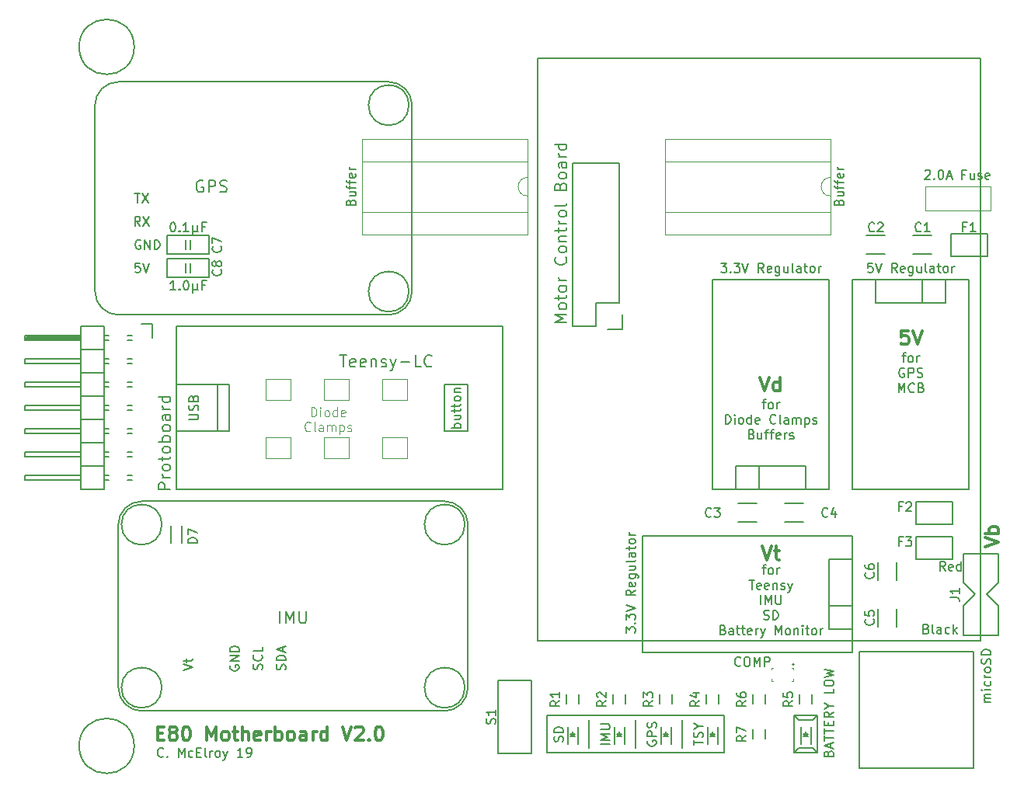
<source format=gbr>
G04 #@! TF.FileFunction,Legend,Top*
%FSLAX46Y46*%
G04 Gerber Fmt 4.6, Leading zero omitted, Abs format (unit mm)*
G04 Created by KiCad (PCBNEW 4.0.6) date Tuesday, June 20, 2017 'PMt' 02:00:50 PM*
%MOMM*%
%LPD*%
G01*
G04 APERTURE LIST*
%ADD10C,0.100000*%
%ADD11C,0.150000*%
%ADD12C,0.300000*%
%ADD13C,0.200000*%
%ADD14C,0.120000*%
G04 APERTURE END LIST*
D10*
D11*
X126818000Y-144629143D02*
X126770381Y-144676762D01*
X126627524Y-144724381D01*
X126532286Y-144724381D01*
X126389428Y-144676762D01*
X126294190Y-144581524D01*
X126246571Y-144486286D01*
X126198952Y-144295810D01*
X126198952Y-144152952D01*
X126246571Y-143962476D01*
X126294190Y-143867238D01*
X126389428Y-143772000D01*
X126532286Y-143724381D01*
X126627524Y-143724381D01*
X126770381Y-143772000D01*
X126818000Y-143819619D01*
X127246571Y-144629143D02*
X127294190Y-144676762D01*
X127246571Y-144724381D01*
X127198952Y-144676762D01*
X127246571Y-144629143D01*
X127246571Y-144724381D01*
X128484666Y-144724381D02*
X128484666Y-143724381D01*
X128818000Y-144438667D01*
X129151333Y-143724381D01*
X129151333Y-144724381D01*
X130056095Y-144676762D02*
X129960857Y-144724381D01*
X129770380Y-144724381D01*
X129675142Y-144676762D01*
X129627523Y-144629143D01*
X129579904Y-144533905D01*
X129579904Y-144248190D01*
X129627523Y-144152952D01*
X129675142Y-144105333D01*
X129770380Y-144057714D01*
X129960857Y-144057714D01*
X130056095Y-144105333D01*
X130484666Y-144200571D02*
X130818000Y-144200571D01*
X130960857Y-144724381D02*
X130484666Y-144724381D01*
X130484666Y-143724381D01*
X130960857Y-143724381D01*
X131532285Y-144724381D02*
X131437047Y-144676762D01*
X131389428Y-144581524D01*
X131389428Y-143724381D01*
X131913238Y-144724381D02*
X131913238Y-144057714D01*
X131913238Y-144248190D02*
X131960857Y-144152952D01*
X132008476Y-144105333D01*
X132103714Y-144057714D01*
X132198953Y-144057714D01*
X132675143Y-144724381D02*
X132579905Y-144676762D01*
X132532286Y-144629143D01*
X132484667Y-144533905D01*
X132484667Y-144248190D01*
X132532286Y-144152952D01*
X132579905Y-144105333D01*
X132675143Y-144057714D01*
X132818001Y-144057714D01*
X132913239Y-144105333D01*
X132960858Y-144152952D01*
X133008477Y-144248190D01*
X133008477Y-144533905D01*
X132960858Y-144629143D01*
X132913239Y-144676762D01*
X132818001Y-144724381D01*
X132675143Y-144724381D01*
X133341810Y-144057714D02*
X133579905Y-144724381D01*
X133818001Y-144057714D02*
X133579905Y-144724381D01*
X133484667Y-144962476D01*
X133437048Y-145010095D01*
X133341810Y-145057714D01*
X135484668Y-144724381D02*
X134913239Y-144724381D01*
X135198953Y-144724381D02*
X135198953Y-143724381D01*
X135103715Y-143867238D01*
X135008477Y-143962476D01*
X134913239Y-144010095D01*
X135960858Y-144724381D02*
X136151334Y-144724381D01*
X136246573Y-144676762D01*
X136294192Y-144629143D01*
X136389430Y-144486286D01*
X136437049Y-144295810D01*
X136437049Y-143914857D01*
X136389430Y-143819619D01*
X136341811Y-143772000D01*
X136246573Y-143724381D01*
X136056096Y-143724381D01*
X135960858Y-143772000D01*
X135913239Y-143819619D01*
X135865620Y-143914857D01*
X135865620Y-144152952D01*
X135913239Y-144248190D01*
X135960858Y-144295810D01*
X136056096Y-144343429D01*
X136246573Y-144343429D01*
X136341811Y-144295810D01*
X136389430Y-144248190D01*
X136437049Y-144152952D01*
X212026572Y-124404381D02*
X211693238Y-123928190D01*
X211455143Y-124404381D02*
X211455143Y-123404381D01*
X211836096Y-123404381D01*
X211931334Y-123452000D01*
X211978953Y-123499619D01*
X212026572Y-123594857D01*
X212026572Y-123737714D01*
X211978953Y-123832952D01*
X211931334Y-123880571D01*
X211836096Y-123928190D01*
X211455143Y-123928190D01*
X212836096Y-124356762D02*
X212740858Y-124404381D01*
X212550381Y-124404381D01*
X212455143Y-124356762D01*
X212407524Y-124261524D01*
X212407524Y-123880571D01*
X212455143Y-123785333D01*
X212550381Y-123737714D01*
X212740858Y-123737714D01*
X212836096Y-123785333D01*
X212883715Y-123880571D01*
X212883715Y-123975810D01*
X212407524Y-124071048D01*
X213740858Y-124404381D02*
X213740858Y-123404381D01*
X213740858Y-124356762D02*
X213645620Y-124404381D01*
X213455143Y-124404381D01*
X213359905Y-124356762D01*
X213312286Y-124309143D01*
X213264667Y-124213905D01*
X213264667Y-123928190D01*
X213312286Y-123832952D01*
X213359905Y-123785333D01*
X213455143Y-123737714D01*
X213645620Y-123737714D01*
X213740858Y-123785333D01*
X209978810Y-130738571D02*
X210121667Y-130786190D01*
X210169286Y-130833810D01*
X210216905Y-130929048D01*
X210216905Y-131071905D01*
X210169286Y-131167143D01*
X210121667Y-131214762D01*
X210026429Y-131262381D01*
X209645476Y-131262381D01*
X209645476Y-130262381D01*
X209978810Y-130262381D01*
X210074048Y-130310000D01*
X210121667Y-130357619D01*
X210169286Y-130452857D01*
X210169286Y-130548095D01*
X210121667Y-130643333D01*
X210074048Y-130690952D01*
X209978810Y-130738571D01*
X209645476Y-130738571D01*
X210788333Y-131262381D02*
X210693095Y-131214762D01*
X210645476Y-131119524D01*
X210645476Y-130262381D01*
X211597858Y-131262381D02*
X211597858Y-130738571D01*
X211550239Y-130643333D01*
X211455001Y-130595714D01*
X211264524Y-130595714D01*
X211169286Y-130643333D01*
X211597858Y-131214762D02*
X211502620Y-131262381D01*
X211264524Y-131262381D01*
X211169286Y-131214762D01*
X211121667Y-131119524D01*
X211121667Y-131024286D01*
X211169286Y-130929048D01*
X211264524Y-130881429D01*
X211502620Y-130881429D01*
X211597858Y-130833810D01*
X212502620Y-131214762D02*
X212407382Y-131262381D01*
X212216905Y-131262381D01*
X212121667Y-131214762D01*
X212074048Y-131167143D01*
X212026429Y-131071905D01*
X212026429Y-130786190D01*
X212074048Y-130690952D01*
X212121667Y-130643333D01*
X212216905Y-130595714D01*
X212407382Y-130595714D01*
X212502620Y-130643333D01*
X212931191Y-131262381D02*
X212931191Y-130262381D01*
X213026429Y-130881429D02*
X213312144Y-131262381D01*
X213312144Y-130595714D02*
X212931191Y-130976667D01*
D12*
X126180001Y-142132857D02*
X126680001Y-142132857D01*
X126894287Y-142918571D02*
X126180001Y-142918571D01*
X126180001Y-141418571D01*
X126894287Y-141418571D01*
X127751430Y-142061429D02*
X127608572Y-141990000D01*
X127537144Y-141918571D01*
X127465715Y-141775714D01*
X127465715Y-141704286D01*
X127537144Y-141561429D01*
X127608572Y-141490000D01*
X127751430Y-141418571D01*
X128037144Y-141418571D01*
X128180001Y-141490000D01*
X128251430Y-141561429D01*
X128322858Y-141704286D01*
X128322858Y-141775714D01*
X128251430Y-141918571D01*
X128180001Y-141990000D01*
X128037144Y-142061429D01*
X127751430Y-142061429D01*
X127608572Y-142132857D01*
X127537144Y-142204286D01*
X127465715Y-142347143D01*
X127465715Y-142632857D01*
X127537144Y-142775714D01*
X127608572Y-142847143D01*
X127751430Y-142918571D01*
X128037144Y-142918571D01*
X128180001Y-142847143D01*
X128251430Y-142775714D01*
X128322858Y-142632857D01*
X128322858Y-142347143D01*
X128251430Y-142204286D01*
X128180001Y-142132857D01*
X128037144Y-142061429D01*
X129251429Y-141418571D02*
X129394286Y-141418571D01*
X129537143Y-141490000D01*
X129608572Y-141561429D01*
X129680001Y-141704286D01*
X129751429Y-141990000D01*
X129751429Y-142347143D01*
X129680001Y-142632857D01*
X129608572Y-142775714D01*
X129537143Y-142847143D01*
X129394286Y-142918571D01*
X129251429Y-142918571D01*
X129108572Y-142847143D01*
X129037143Y-142775714D01*
X128965715Y-142632857D01*
X128894286Y-142347143D01*
X128894286Y-141990000D01*
X128965715Y-141704286D01*
X129037143Y-141561429D01*
X129108572Y-141490000D01*
X129251429Y-141418571D01*
X131537143Y-142918571D02*
X131537143Y-141418571D01*
X132037143Y-142490000D01*
X132537143Y-141418571D01*
X132537143Y-142918571D01*
X133465715Y-142918571D02*
X133322857Y-142847143D01*
X133251429Y-142775714D01*
X133180000Y-142632857D01*
X133180000Y-142204286D01*
X133251429Y-142061429D01*
X133322857Y-141990000D01*
X133465715Y-141918571D01*
X133680000Y-141918571D01*
X133822857Y-141990000D01*
X133894286Y-142061429D01*
X133965715Y-142204286D01*
X133965715Y-142632857D01*
X133894286Y-142775714D01*
X133822857Y-142847143D01*
X133680000Y-142918571D01*
X133465715Y-142918571D01*
X134394286Y-141918571D02*
X134965715Y-141918571D01*
X134608572Y-141418571D02*
X134608572Y-142704286D01*
X134680000Y-142847143D01*
X134822858Y-142918571D01*
X134965715Y-142918571D01*
X135465715Y-142918571D02*
X135465715Y-141418571D01*
X136108572Y-142918571D02*
X136108572Y-142132857D01*
X136037143Y-141990000D01*
X135894286Y-141918571D01*
X135680001Y-141918571D01*
X135537143Y-141990000D01*
X135465715Y-142061429D01*
X137394286Y-142847143D02*
X137251429Y-142918571D01*
X136965715Y-142918571D01*
X136822858Y-142847143D01*
X136751429Y-142704286D01*
X136751429Y-142132857D01*
X136822858Y-141990000D01*
X136965715Y-141918571D01*
X137251429Y-141918571D01*
X137394286Y-141990000D01*
X137465715Y-142132857D01*
X137465715Y-142275714D01*
X136751429Y-142418571D01*
X138108572Y-142918571D02*
X138108572Y-141918571D01*
X138108572Y-142204286D02*
X138180000Y-142061429D01*
X138251429Y-141990000D01*
X138394286Y-141918571D01*
X138537143Y-141918571D01*
X139037143Y-142918571D02*
X139037143Y-141418571D01*
X139037143Y-141990000D02*
X139180000Y-141918571D01*
X139465714Y-141918571D01*
X139608571Y-141990000D01*
X139680000Y-142061429D01*
X139751429Y-142204286D01*
X139751429Y-142632857D01*
X139680000Y-142775714D01*
X139608571Y-142847143D01*
X139465714Y-142918571D01*
X139180000Y-142918571D01*
X139037143Y-142847143D01*
X140608572Y-142918571D02*
X140465714Y-142847143D01*
X140394286Y-142775714D01*
X140322857Y-142632857D01*
X140322857Y-142204286D01*
X140394286Y-142061429D01*
X140465714Y-141990000D01*
X140608572Y-141918571D01*
X140822857Y-141918571D01*
X140965714Y-141990000D01*
X141037143Y-142061429D01*
X141108572Y-142204286D01*
X141108572Y-142632857D01*
X141037143Y-142775714D01*
X140965714Y-142847143D01*
X140822857Y-142918571D01*
X140608572Y-142918571D01*
X142394286Y-142918571D02*
X142394286Y-142132857D01*
X142322857Y-141990000D01*
X142180000Y-141918571D01*
X141894286Y-141918571D01*
X141751429Y-141990000D01*
X142394286Y-142847143D02*
X142251429Y-142918571D01*
X141894286Y-142918571D01*
X141751429Y-142847143D01*
X141680000Y-142704286D01*
X141680000Y-142561429D01*
X141751429Y-142418571D01*
X141894286Y-142347143D01*
X142251429Y-142347143D01*
X142394286Y-142275714D01*
X143108572Y-142918571D02*
X143108572Y-141918571D01*
X143108572Y-142204286D02*
X143180000Y-142061429D01*
X143251429Y-141990000D01*
X143394286Y-141918571D01*
X143537143Y-141918571D01*
X144680000Y-142918571D02*
X144680000Y-141418571D01*
X144680000Y-142847143D02*
X144537143Y-142918571D01*
X144251429Y-142918571D01*
X144108571Y-142847143D01*
X144037143Y-142775714D01*
X143965714Y-142632857D01*
X143965714Y-142204286D01*
X144037143Y-142061429D01*
X144108571Y-141990000D01*
X144251429Y-141918571D01*
X144537143Y-141918571D01*
X144680000Y-141990000D01*
X146322857Y-141418571D02*
X146822857Y-142918571D01*
X147322857Y-141418571D01*
X147751428Y-141561429D02*
X147822857Y-141490000D01*
X147965714Y-141418571D01*
X148322857Y-141418571D01*
X148465714Y-141490000D01*
X148537143Y-141561429D01*
X148608571Y-141704286D01*
X148608571Y-141847143D01*
X148537143Y-142061429D01*
X147680000Y-142918571D01*
X148608571Y-142918571D01*
X149251428Y-142775714D02*
X149322856Y-142847143D01*
X149251428Y-142918571D01*
X149179999Y-142847143D01*
X149251428Y-142775714D01*
X149251428Y-142918571D01*
X150251428Y-141418571D02*
X150394285Y-141418571D01*
X150537142Y-141490000D01*
X150608571Y-141561429D01*
X150680000Y-141704286D01*
X150751428Y-141990000D01*
X150751428Y-142347143D01*
X150680000Y-142632857D01*
X150608571Y-142775714D01*
X150537142Y-142847143D01*
X150394285Y-142918571D01*
X150251428Y-142918571D01*
X150108571Y-142847143D01*
X150037142Y-142775714D01*
X149965714Y-142632857D01*
X149894285Y-142347143D01*
X149894285Y-141990000D01*
X149965714Y-141704286D01*
X150037142Y-141561429D01*
X150108571Y-141490000D01*
X150251428Y-141418571D01*
D13*
X173228000Y-140716000D02*
X173228000Y-143764000D01*
X178308000Y-140716000D02*
X178308000Y-143764000D01*
X183388000Y-140716000D02*
X183388000Y-143764000D01*
X168656000Y-140208000D02*
X187960000Y-140208000D01*
X168656000Y-144272000D02*
X168656000Y-140208000D01*
X187960000Y-144272000D02*
X168656000Y-144272000D01*
X187960000Y-140208000D02*
X187960000Y-144272000D01*
X196088000Y-140716000D02*
X195580000Y-140208000D01*
X197612000Y-140716000D02*
X196088000Y-140716000D01*
X198120000Y-140208000D02*
X197612000Y-140716000D01*
X197612000Y-143764000D02*
X198120000Y-144272000D01*
X196088000Y-143764000D02*
X197612000Y-143764000D01*
X195580000Y-144272000D02*
X196088000Y-143764000D01*
X198120000Y-140208000D02*
X198120000Y-140462000D01*
X198120000Y-140208000D02*
X198120000Y-144272000D01*
X195580000Y-140208000D02*
X198120000Y-140208000D01*
X195580000Y-144272000D02*
X195580000Y-140208000D01*
X198120000Y-144272000D02*
X195580000Y-144272000D01*
D12*
X216348571Y-121828571D02*
X217848571Y-121328571D01*
X216348571Y-120828571D01*
X217848571Y-120328571D02*
X216348571Y-120328571D01*
X216920000Y-120328571D02*
X216848571Y-120185714D01*
X216848571Y-119900000D01*
X216920000Y-119757143D01*
X216991429Y-119685714D01*
X217134286Y-119614285D01*
X217562857Y-119614285D01*
X217705714Y-119685714D01*
X217777143Y-119757143D01*
X217848571Y-119900000D01*
X217848571Y-120185714D01*
X217777143Y-120328571D01*
D11*
X192087619Y-124120714D02*
X192468571Y-124120714D01*
X192230476Y-124787381D02*
X192230476Y-123930238D01*
X192278095Y-123835000D01*
X192373333Y-123787381D01*
X192468571Y-123787381D01*
X192944762Y-124787381D02*
X192849524Y-124739762D01*
X192801905Y-124692143D01*
X192754286Y-124596905D01*
X192754286Y-124311190D01*
X192801905Y-124215952D01*
X192849524Y-124168333D01*
X192944762Y-124120714D01*
X193087620Y-124120714D01*
X193182858Y-124168333D01*
X193230477Y-124215952D01*
X193278096Y-124311190D01*
X193278096Y-124596905D01*
X193230477Y-124692143D01*
X193182858Y-124739762D01*
X193087620Y-124787381D01*
X192944762Y-124787381D01*
X193706667Y-124787381D02*
X193706667Y-124120714D01*
X193706667Y-124311190D02*
X193754286Y-124215952D01*
X193801905Y-124168333D01*
X193897143Y-124120714D01*
X193992382Y-124120714D01*
X190659047Y-125437381D02*
X191230476Y-125437381D01*
X190944761Y-126437381D02*
X190944761Y-125437381D01*
X191944762Y-126389762D02*
X191849524Y-126437381D01*
X191659047Y-126437381D01*
X191563809Y-126389762D01*
X191516190Y-126294524D01*
X191516190Y-125913571D01*
X191563809Y-125818333D01*
X191659047Y-125770714D01*
X191849524Y-125770714D01*
X191944762Y-125818333D01*
X191992381Y-125913571D01*
X191992381Y-126008810D01*
X191516190Y-126104048D01*
X192801905Y-126389762D02*
X192706667Y-126437381D01*
X192516190Y-126437381D01*
X192420952Y-126389762D01*
X192373333Y-126294524D01*
X192373333Y-125913571D01*
X192420952Y-125818333D01*
X192516190Y-125770714D01*
X192706667Y-125770714D01*
X192801905Y-125818333D01*
X192849524Y-125913571D01*
X192849524Y-126008810D01*
X192373333Y-126104048D01*
X193278095Y-125770714D02*
X193278095Y-126437381D01*
X193278095Y-125865952D02*
X193325714Y-125818333D01*
X193420952Y-125770714D01*
X193563810Y-125770714D01*
X193659048Y-125818333D01*
X193706667Y-125913571D01*
X193706667Y-126437381D01*
X194135238Y-126389762D02*
X194230476Y-126437381D01*
X194420952Y-126437381D01*
X194516191Y-126389762D01*
X194563810Y-126294524D01*
X194563810Y-126246905D01*
X194516191Y-126151667D01*
X194420952Y-126104048D01*
X194278095Y-126104048D01*
X194182857Y-126056429D01*
X194135238Y-125961190D01*
X194135238Y-125913571D01*
X194182857Y-125818333D01*
X194278095Y-125770714D01*
X194420952Y-125770714D01*
X194516191Y-125818333D01*
X194897143Y-125770714D02*
X195135238Y-126437381D01*
X195373334Y-125770714D02*
X195135238Y-126437381D01*
X195040000Y-126675476D01*
X194992381Y-126723095D01*
X194897143Y-126770714D01*
X191944762Y-128087381D02*
X191944762Y-127087381D01*
X192420952Y-128087381D02*
X192420952Y-127087381D01*
X192754286Y-127801667D01*
X193087619Y-127087381D01*
X193087619Y-128087381D01*
X193563809Y-127087381D02*
X193563809Y-127896905D01*
X193611428Y-127992143D01*
X193659047Y-128039762D01*
X193754285Y-128087381D01*
X193944762Y-128087381D01*
X194040000Y-128039762D01*
X194087619Y-127992143D01*
X194135238Y-127896905D01*
X194135238Y-127087381D01*
X192254286Y-129689762D02*
X192397143Y-129737381D01*
X192635239Y-129737381D01*
X192730477Y-129689762D01*
X192778096Y-129642143D01*
X192825715Y-129546905D01*
X192825715Y-129451667D01*
X192778096Y-129356429D01*
X192730477Y-129308810D01*
X192635239Y-129261190D01*
X192444762Y-129213571D01*
X192349524Y-129165952D01*
X192301905Y-129118333D01*
X192254286Y-129023095D01*
X192254286Y-128927857D01*
X192301905Y-128832619D01*
X192349524Y-128785000D01*
X192444762Y-128737381D01*
X192682858Y-128737381D01*
X192825715Y-128785000D01*
X193254286Y-129737381D02*
X193254286Y-128737381D01*
X193492381Y-128737381D01*
X193635239Y-128785000D01*
X193730477Y-128880238D01*
X193778096Y-128975476D01*
X193825715Y-129165952D01*
X193825715Y-129308810D01*
X193778096Y-129499286D01*
X193730477Y-129594524D01*
X193635239Y-129689762D01*
X193492381Y-129737381D01*
X193254286Y-129737381D01*
X187825714Y-130863571D02*
X187968571Y-130911190D01*
X188016190Y-130958810D01*
X188063809Y-131054048D01*
X188063809Y-131196905D01*
X188016190Y-131292143D01*
X187968571Y-131339762D01*
X187873333Y-131387381D01*
X187492380Y-131387381D01*
X187492380Y-130387381D01*
X187825714Y-130387381D01*
X187920952Y-130435000D01*
X187968571Y-130482619D01*
X188016190Y-130577857D01*
X188016190Y-130673095D01*
X187968571Y-130768333D01*
X187920952Y-130815952D01*
X187825714Y-130863571D01*
X187492380Y-130863571D01*
X188920952Y-131387381D02*
X188920952Y-130863571D01*
X188873333Y-130768333D01*
X188778095Y-130720714D01*
X188587618Y-130720714D01*
X188492380Y-130768333D01*
X188920952Y-131339762D02*
X188825714Y-131387381D01*
X188587618Y-131387381D01*
X188492380Y-131339762D01*
X188444761Y-131244524D01*
X188444761Y-131149286D01*
X188492380Y-131054048D01*
X188587618Y-131006429D01*
X188825714Y-131006429D01*
X188920952Y-130958810D01*
X189254285Y-130720714D02*
X189635237Y-130720714D01*
X189397142Y-130387381D02*
X189397142Y-131244524D01*
X189444761Y-131339762D01*
X189539999Y-131387381D01*
X189635237Y-131387381D01*
X189825714Y-130720714D02*
X190206666Y-130720714D01*
X189968571Y-130387381D02*
X189968571Y-131244524D01*
X190016190Y-131339762D01*
X190111428Y-131387381D01*
X190206666Y-131387381D01*
X190920953Y-131339762D02*
X190825715Y-131387381D01*
X190635238Y-131387381D01*
X190540000Y-131339762D01*
X190492381Y-131244524D01*
X190492381Y-130863571D01*
X190540000Y-130768333D01*
X190635238Y-130720714D01*
X190825715Y-130720714D01*
X190920953Y-130768333D01*
X190968572Y-130863571D01*
X190968572Y-130958810D01*
X190492381Y-131054048D01*
X191397143Y-131387381D02*
X191397143Y-130720714D01*
X191397143Y-130911190D02*
X191444762Y-130815952D01*
X191492381Y-130768333D01*
X191587619Y-130720714D01*
X191682858Y-130720714D01*
X191920953Y-130720714D02*
X192159048Y-131387381D01*
X192397144Y-130720714D02*
X192159048Y-131387381D01*
X192063810Y-131625476D01*
X192016191Y-131673095D01*
X191920953Y-131720714D01*
X193540001Y-131387381D02*
X193540001Y-130387381D01*
X193873335Y-131101667D01*
X194206668Y-130387381D01*
X194206668Y-131387381D01*
X194825715Y-131387381D02*
X194730477Y-131339762D01*
X194682858Y-131292143D01*
X194635239Y-131196905D01*
X194635239Y-130911190D01*
X194682858Y-130815952D01*
X194730477Y-130768333D01*
X194825715Y-130720714D01*
X194968573Y-130720714D01*
X195063811Y-130768333D01*
X195111430Y-130815952D01*
X195159049Y-130911190D01*
X195159049Y-131196905D01*
X195111430Y-131292143D01*
X195063811Y-131339762D01*
X194968573Y-131387381D01*
X194825715Y-131387381D01*
X195587620Y-130720714D02*
X195587620Y-131387381D01*
X195587620Y-130815952D02*
X195635239Y-130768333D01*
X195730477Y-130720714D01*
X195873335Y-130720714D01*
X195968573Y-130768333D01*
X196016192Y-130863571D01*
X196016192Y-131387381D01*
X196492382Y-131387381D02*
X196492382Y-130720714D01*
X196492382Y-130387381D02*
X196444763Y-130435000D01*
X196492382Y-130482619D01*
X196540001Y-130435000D01*
X196492382Y-130387381D01*
X196492382Y-130482619D01*
X196825715Y-130720714D02*
X197206667Y-130720714D01*
X196968572Y-130387381D02*
X196968572Y-131244524D01*
X197016191Y-131339762D01*
X197111429Y-131387381D01*
X197206667Y-131387381D01*
X197682858Y-131387381D02*
X197587620Y-131339762D01*
X197540001Y-131292143D01*
X197492382Y-131196905D01*
X197492382Y-130911190D01*
X197540001Y-130815952D01*
X197587620Y-130768333D01*
X197682858Y-130720714D01*
X197825716Y-130720714D01*
X197920954Y-130768333D01*
X197968573Y-130815952D01*
X198016192Y-130911190D01*
X198016192Y-131196905D01*
X197968573Y-131292143D01*
X197920954Y-131339762D01*
X197825716Y-131387381D01*
X197682858Y-131387381D01*
X198444763Y-131387381D02*
X198444763Y-130720714D01*
X198444763Y-130911190D02*
X198492382Y-130815952D01*
X198540001Y-130768333D01*
X198635239Y-130720714D01*
X198730478Y-130720714D01*
D12*
X192111429Y-121733571D02*
X192611429Y-123233571D01*
X193111429Y-121733571D01*
X193397143Y-122233571D02*
X193968572Y-122233571D01*
X193611429Y-121733571D02*
X193611429Y-123019286D01*
X193682857Y-123162143D01*
X193825715Y-123233571D01*
X193968572Y-123233571D01*
D11*
X207327619Y-101005714D02*
X207708571Y-101005714D01*
X207470476Y-101672381D02*
X207470476Y-100815238D01*
X207518095Y-100720000D01*
X207613333Y-100672381D01*
X207708571Y-100672381D01*
X208184762Y-101672381D02*
X208089524Y-101624762D01*
X208041905Y-101577143D01*
X207994286Y-101481905D01*
X207994286Y-101196190D01*
X208041905Y-101100952D01*
X208089524Y-101053333D01*
X208184762Y-101005714D01*
X208327620Y-101005714D01*
X208422858Y-101053333D01*
X208470477Y-101100952D01*
X208518096Y-101196190D01*
X208518096Y-101481905D01*
X208470477Y-101577143D01*
X208422858Y-101624762D01*
X208327620Y-101672381D01*
X208184762Y-101672381D01*
X208946667Y-101672381D02*
X208946667Y-101005714D01*
X208946667Y-101196190D02*
X208994286Y-101100952D01*
X209041905Y-101053333D01*
X209137143Y-101005714D01*
X209232382Y-101005714D01*
X207565715Y-102370000D02*
X207470477Y-102322381D01*
X207327620Y-102322381D01*
X207184762Y-102370000D01*
X207089524Y-102465238D01*
X207041905Y-102560476D01*
X206994286Y-102750952D01*
X206994286Y-102893810D01*
X207041905Y-103084286D01*
X207089524Y-103179524D01*
X207184762Y-103274762D01*
X207327620Y-103322381D01*
X207422858Y-103322381D01*
X207565715Y-103274762D01*
X207613334Y-103227143D01*
X207613334Y-102893810D01*
X207422858Y-102893810D01*
X208041905Y-103322381D02*
X208041905Y-102322381D01*
X208422858Y-102322381D01*
X208518096Y-102370000D01*
X208565715Y-102417619D01*
X208613334Y-102512857D01*
X208613334Y-102655714D01*
X208565715Y-102750952D01*
X208518096Y-102798571D01*
X208422858Y-102846190D01*
X208041905Y-102846190D01*
X208994286Y-103274762D02*
X209137143Y-103322381D01*
X209375239Y-103322381D01*
X209470477Y-103274762D01*
X209518096Y-103227143D01*
X209565715Y-103131905D01*
X209565715Y-103036667D01*
X209518096Y-102941429D01*
X209470477Y-102893810D01*
X209375239Y-102846190D01*
X209184762Y-102798571D01*
X209089524Y-102750952D01*
X209041905Y-102703333D01*
X208994286Y-102608095D01*
X208994286Y-102512857D01*
X209041905Y-102417619D01*
X209089524Y-102370000D01*
X209184762Y-102322381D01*
X209422858Y-102322381D01*
X209565715Y-102370000D01*
X206946667Y-104972381D02*
X206946667Y-103972381D01*
X207280001Y-104686667D01*
X207613334Y-103972381D01*
X207613334Y-104972381D01*
X208660953Y-104877143D02*
X208613334Y-104924762D01*
X208470477Y-104972381D01*
X208375239Y-104972381D01*
X208232381Y-104924762D01*
X208137143Y-104829524D01*
X208089524Y-104734286D01*
X208041905Y-104543810D01*
X208041905Y-104400952D01*
X208089524Y-104210476D01*
X208137143Y-104115238D01*
X208232381Y-104020000D01*
X208375239Y-103972381D01*
X208470477Y-103972381D01*
X208613334Y-104020000D01*
X208660953Y-104067619D01*
X209422858Y-104448571D02*
X209565715Y-104496190D01*
X209613334Y-104543810D01*
X209660953Y-104639048D01*
X209660953Y-104781905D01*
X209613334Y-104877143D01*
X209565715Y-104924762D01*
X209470477Y-104972381D01*
X209089524Y-104972381D01*
X209089524Y-103972381D01*
X209422858Y-103972381D01*
X209518096Y-104020000D01*
X209565715Y-104067619D01*
X209613334Y-104162857D01*
X209613334Y-104258095D01*
X209565715Y-104353333D01*
X209518096Y-104400952D01*
X209422858Y-104448571D01*
X209089524Y-104448571D01*
D12*
X207994287Y-98238571D02*
X207280001Y-98238571D01*
X207208572Y-98952857D01*
X207280001Y-98881429D01*
X207422858Y-98810000D01*
X207780001Y-98810000D01*
X207922858Y-98881429D01*
X207994287Y-98952857D01*
X208065715Y-99095714D01*
X208065715Y-99452857D01*
X207994287Y-99595714D01*
X207922858Y-99667143D01*
X207780001Y-99738571D01*
X207422858Y-99738571D01*
X207280001Y-99667143D01*
X207208572Y-99595714D01*
X208494286Y-98238571D02*
X208994286Y-99738571D01*
X209494286Y-98238571D01*
X191861429Y-103318571D02*
X192361429Y-104818571D01*
X192861429Y-103318571D01*
X194004286Y-104818571D02*
X194004286Y-103318571D01*
X194004286Y-104747143D02*
X193861429Y-104818571D01*
X193575715Y-104818571D01*
X193432857Y-104747143D01*
X193361429Y-104675714D01*
X193290000Y-104532857D01*
X193290000Y-104104286D01*
X193361429Y-103961429D01*
X193432857Y-103890000D01*
X193575715Y-103818571D01*
X193861429Y-103818571D01*
X194004286Y-103890000D01*
D11*
X192087619Y-106085714D02*
X192468571Y-106085714D01*
X192230476Y-106752381D02*
X192230476Y-105895238D01*
X192278095Y-105800000D01*
X192373333Y-105752381D01*
X192468571Y-105752381D01*
X192944762Y-106752381D02*
X192849524Y-106704762D01*
X192801905Y-106657143D01*
X192754286Y-106561905D01*
X192754286Y-106276190D01*
X192801905Y-106180952D01*
X192849524Y-106133333D01*
X192944762Y-106085714D01*
X193087620Y-106085714D01*
X193182858Y-106133333D01*
X193230477Y-106180952D01*
X193278096Y-106276190D01*
X193278096Y-106561905D01*
X193230477Y-106657143D01*
X193182858Y-106704762D01*
X193087620Y-106752381D01*
X192944762Y-106752381D01*
X193706667Y-106752381D02*
X193706667Y-106085714D01*
X193706667Y-106276190D02*
X193754286Y-106180952D01*
X193801905Y-106133333D01*
X193897143Y-106085714D01*
X193992382Y-106085714D01*
X188087619Y-108402381D02*
X188087619Y-107402381D01*
X188325714Y-107402381D01*
X188468572Y-107450000D01*
X188563810Y-107545238D01*
X188611429Y-107640476D01*
X188659048Y-107830952D01*
X188659048Y-107973810D01*
X188611429Y-108164286D01*
X188563810Y-108259524D01*
X188468572Y-108354762D01*
X188325714Y-108402381D01*
X188087619Y-108402381D01*
X189087619Y-108402381D02*
X189087619Y-107735714D01*
X189087619Y-107402381D02*
X189040000Y-107450000D01*
X189087619Y-107497619D01*
X189135238Y-107450000D01*
X189087619Y-107402381D01*
X189087619Y-107497619D01*
X189706666Y-108402381D02*
X189611428Y-108354762D01*
X189563809Y-108307143D01*
X189516190Y-108211905D01*
X189516190Y-107926190D01*
X189563809Y-107830952D01*
X189611428Y-107783333D01*
X189706666Y-107735714D01*
X189849524Y-107735714D01*
X189944762Y-107783333D01*
X189992381Y-107830952D01*
X190040000Y-107926190D01*
X190040000Y-108211905D01*
X189992381Y-108307143D01*
X189944762Y-108354762D01*
X189849524Y-108402381D01*
X189706666Y-108402381D01*
X190897143Y-108402381D02*
X190897143Y-107402381D01*
X190897143Y-108354762D02*
X190801905Y-108402381D01*
X190611428Y-108402381D01*
X190516190Y-108354762D01*
X190468571Y-108307143D01*
X190420952Y-108211905D01*
X190420952Y-107926190D01*
X190468571Y-107830952D01*
X190516190Y-107783333D01*
X190611428Y-107735714D01*
X190801905Y-107735714D01*
X190897143Y-107783333D01*
X191754286Y-108354762D02*
X191659048Y-108402381D01*
X191468571Y-108402381D01*
X191373333Y-108354762D01*
X191325714Y-108259524D01*
X191325714Y-107878571D01*
X191373333Y-107783333D01*
X191468571Y-107735714D01*
X191659048Y-107735714D01*
X191754286Y-107783333D01*
X191801905Y-107878571D01*
X191801905Y-107973810D01*
X191325714Y-108069048D01*
X193563810Y-108307143D02*
X193516191Y-108354762D01*
X193373334Y-108402381D01*
X193278096Y-108402381D01*
X193135238Y-108354762D01*
X193040000Y-108259524D01*
X192992381Y-108164286D01*
X192944762Y-107973810D01*
X192944762Y-107830952D01*
X192992381Y-107640476D01*
X193040000Y-107545238D01*
X193135238Y-107450000D01*
X193278096Y-107402381D01*
X193373334Y-107402381D01*
X193516191Y-107450000D01*
X193563810Y-107497619D01*
X194135238Y-108402381D02*
X194040000Y-108354762D01*
X193992381Y-108259524D01*
X193992381Y-107402381D01*
X194944763Y-108402381D02*
X194944763Y-107878571D01*
X194897144Y-107783333D01*
X194801906Y-107735714D01*
X194611429Y-107735714D01*
X194516191Y-107783333D01*
X194944763Y-108354762D02*
X194849525Y-108402381D01*
X194611429Y-108402381D01*
X194516191Y-108354762D01*
X194468572Y-108259524D01*
X194468572Y-108164286D01*
X194516191Y-108069048D01*
X194611429Y-108021429D01*
X194849525Y-108021429D01*
X194944763Y-107973810D01*
X195420953Y-108402381D02*
X195420953Y-107735714D01*
X195420953Y-107830952D02*
X195468572Y-107783333D01*
X195563810Y-107735714D01*
X195706668Y-107735714D01*
X195801906Y-107783333D01*
X195849525Y-107878571D01*
X195849525Y-108402381D01*
X195849525Y-107878571D02*
X195897144Y-107783333D01*
X195992382Y-107735714D01*
X196135239Y-107735714D01*
X196230477Y-107783333D01*
X196278096Y-107878571D01*
X196278096Y-108402381D01*
X196754286Y-107735714D02*
X196754286Y-108735714D01*
X196754286Y-107783333D02*
X196849524Y-107735714D01*
X197040001Y-107735714D01*
X197135239Y-107783333D01*
X197182858Y-107830952D01*
X197230477Y-107926190D01*
X197230477Y-108211905D01*
X197182858Y-108307143D01*
X197135239Y-108354762D01*
X197040001Y-108402381D01*
X196849524Y-108402381D01*
X196754286Y-108354762D01*
X197611429Y-108354762D02*
X197706667Y-108402381D01*
X197897143Y-108402381D01*
X197992382Y-108354762D01*
X198040001Y-108259524D01*
X198040001Y-108211905D01*
X197992382Y-108116667D01*
X197897143Y-108069048D01*
X197754286Y-108069048D01*
X197659048Y-108021429D01*
X197611429Y-107926190D01*
X197611429Y-107878571D01*
X197659048Y-107783333D01*
X197754286Y-107735714D01*
X197897143Y-107735714D01*
X197992382Y-107783333D01*
X190944762Y-109528571D02*
X191087619Y-109576190D01*
X191135238Y-109623810D01*
X191182857Y-109719048D01*
X191182857Y-109861905D01*
X191135238Y-109957143D01*
X191087619Y-110004762D01*
X190992381Y-110052381D01*
X190611428Y-110052381D01*
X190611428Y-109052381D01*
X190944762Y-109052381D01*
X191040000Y-109100000D01*
X191087619Y-109147619D01*
X191135238Y-109242857D01*
X191135238Y-109338095D01*
X191087619Y-109433333D01*
X191040000Y-109480952D01*
X190944762Y-109528571D01*
X190611428Y-109528571D01*
X192040000Y-109385714D02*
X192040000Y-110052381D01*
X191611428Y-109385714D02*
X191611428Y-109909524D01*
X191659047Y-110004762D01*
X191754285Y-110052381D01*
X191897143Y-110052381D01*
X191992381Y-110004762D01*
X192040000Y-109957143D01*
X192373333Y-109385714D02*
X192754285Y-109385714D01*
X192516190Y-110052381D02*
X192516190Y-109195238D01*
X192563809Y-109100000D01*
X192659047Y-109052381D01*
X192754285Y-109052381D01*
X192944762Y-109385714D02*
X193325714Y-109385714D01*
X193087619Y-110052381D02*
X193087619Y-109195238D01*
X193135238Y-109100000D01*
X193230476Y-109052381D01*
X193325714Y-109052381D01*
X194040001Y-110004762D02*
X193944763Y-110052381D01*
X193754286Y-110052381D01*
X193659048Y-110004762D01*
X193611429Y-109909524D01*
X193611429Y-109528571D01*
X193659048Y-109433333D01*
X193754286Y-109385714D01*
X193944763Y-109385714D01*
X194040001Y-109433333D01*
X194087620Y-109528571D01*
X194087620Y-109623810D01*
X193611429Y-109719048D01*
X194516191Y-110052381D02*
X194516191Y-109385714D01*
X194516191Y-109576190D02*
X194563810Y-109480952D01*
X194611429Y-109433333D01*
X194706667Y-109385714D01*
X194801906Y-109385714D01*
X195087620Y-110004762D02*
X195182858Y-110052381D01*
X195373334Y-110052381D01*
X195468573Y-110004762D01*
X195516192Y-109909524D01*
X195516192Y-109861905D01*
X195468573Y-109766667D01*
X195373334Y-109719048D01*
X195230477Y-109719048D01*
X195135239Y-109671429D01*
X195087620Y-109576190D01*
X195087620Y-109528571D01*
X195135239Y-109433333D01*
X195230477Y-109385714D01*
X195373334Y-109385714D01*
X195468573Y-109433333D01*
X140104762Y-135199286D02*
X140152381Y-135056429D01*
X140152381Y-134818333D01*
X140104762Y-134723095D01*
X140057143Y-134675476D01*
X139961905Y-134627857D01*
X139866667Y-134627857D01*
X139771429Y-134675476D01*
X139723810Y-134723095D01*
X139676190Y-134818333D01*
X139628571Y-135008810D01*
X139580952Y-135104048D01*
X139533333Y-135151667D01*
X139438095Y-135199286D01*
X139342857Y-135199286D01*
X139247619Y-135151667D01*
X139200000Y-135104048D01*
X139152381Y-135008810D01*
X139152381Y-134770714D01*
X139200000Y-134627857D01*
X140152381Y-134199286D02*
X139152381Y-134199286D01*
X139152381Y-133961191D01*
X139200000Y-133818333D01*
X139295238Y-133723095D01*
X139390476Y-133675476D01*
X139580952Y-133627857D01*
X139723810Y-133627857D01*
X139914286Y-133675476D01*
X140009524Y-133723095D01*
X140104762Y-133818333D01*
X140152381Y-133961191D01*
X140152381Y-134199286D01*
X139866667Y-133246905D02*
X139866667Y-132770714D01*
X140152381Y-133342143D02*
X139152381Y-133008810D01*
X140152381Y-132675476D01*
X137564762Y-135175476D02*
X137612381Y-135032619D01*
X137612381Y-134794523D01*
X137564762Y-134699285D01*
X137517143Y-134651666D01*
X137421905Y-134604047D01*
X137326667Y-134604047D01*
X137231429Y-134651666D01*
X137183810Y-134699285D01*
X137136190Y-134794523D01*
X137088571Y-134985000D01*
X137040952Y-135080238D01*
X136993333Y-135127857D01*
X136898095Y-135175476D01*
X136802857Y-135175476D01*
X136707619Y-135127857D01*
X136660000Y-135080238D01*
X136612381Y-134985000D01*
X136612381Y-134746904D01*
X136660000Y-134604047D01*
X137517143Y-133604047D02*
X137564762Y-133651666D01*
X137612381Y-133794523D01*
X137612381Y-133889761D01*
X137564762Y-134032619D01*
X137469524Y-134127857D01*
X137374286Y-134175476D01*
X137183810Y-134223095D01*
X137040952Y-134223095D01*
X136850476Y-134175476D01*
X136755238Y-134127857D01*
X136660000Y-134032619D01*
X136612381Y-133889761D01*
X136612381Y-133794523D01*
X136660000Y-133651666D01*
X136707619Y-133604047D01*
X137612381Y-132699285D02*
X137612381Y-133175476D01*
X136612381Y-133175476D01*
X134120000Y-134746904D02*
X134072381Y-134842142D01*
X134072381Y-134984999D01*
X134120000Y-135127857D01*
X134215238Y-135223095D01*
X134310476Y-135270714D01*
X134500952Y-135318333D01*
X134643810Y-135318333D01*
X134834286Y-135270714D01*
X134929524Y-135223095D01*
X135024762Y-135127857D01*
X135072381Y-134984999D01*
X135072381Y-134889761D01*
X135024762Y-134746904D01*
X134977143Y-134699285D01*
X134643810Y-134699285D01*
X134643810Y-134889761D01*
X135072381Y-134270714D02*
X134072381Y-134270714D01*
X135072381Y-133699285D01*
X134072381Y-133699285D01*
X135072381Y-133223095D02*
X134072381Y-133223095D01*
X134072381Y-132985000D01*
X134120000Y-132842142D01*
X134215238Y-132746904D01*
X134310476Y-132699285D01*
X134500952Y-132651666D01*
X134643810Y-132651666D01*
X134834286Y-132699285D01*
X134929524Y-132746904D01*
X135024762Y-132842142D01*
X135072381Y-132985000D01*
X135072381Y-133223095D01*
X128992381Y-135239048D02*
X129992381Y-134905715D01*
X128992381Y-134572381D01*
X129325714Y-134381905D02*
X129325714Y-134000953D01*
X128992381Y-134239048D02*
X129849524Y-134239048D01*
X129944762Y-134191429D01*
X129992381Y-134096191D01*
X129992381Y-134000953D01*
X124269524Y-90892381D02*
X123793333Y-90892381D01*
X123745714Y-91368571D01*
X123793333Y-91320952D01*
X123888571Y-91273333D01*
X124126667Y-91273333D01*
X124221905Y-91320952D01*
X124269524Y-91368571D01*
X124317143Y-91463810D01*
X124317143Y-91701905D01*
X124269524Y-91797143D01*
X124221905Y-91844762D01*
X124126667Y-91892381D01*
X123888571Y-91892381D01*
X123793333Y-91844762D01*
X123745714Y-91797143D01*
X124602857Y-90892381D02*
X124936190Y-91892381D01*
X125269524Y-90892381D01*
X124333096Y-88400000D02*
X124237858Y-88352381D01*
X124095001Y-88352381D01*
X123952143Y-88400000D01*
X123856905Y-88495238D01*
X123809286Y-88590476D01*
X123761667Y-88780952D01*
X123761667Y-88923810D01*
X123809286Y-89114286D01*
X123856905Y-89209524D01*
X123952143Y-89304762D01*
X124095001Y-89352381D01*
X124190239Y-89352381D01*
X124333096Y-89304762D01*
X124380715Y-89257143D01*
X124380715Y-88923810D01*
X124190239Y-88923810D01*
X124809286Y-89352381D02*
X124809286Y-88352381D01*
X125380715Y-89352381D01*
X125380715Y-88352381D01*
X125856905Y-89352381D02*
X125856905Y-88352381D01*
X126095000Y-88352381D01*
X126237858Y-88400000D01*
X126333096Y-88495238D01*
X126380715Y-88590476D01*
X126428334Y-88780952D01*
X126428334Y-88923810D01*
X126380715Y-89114286D01*
X126333096Y-89209524D01*
X126237858Y-89304762D01*
X126095000Y-89352381D01*
X125856905Y-89352381D01*
X124293334Y-86812381D02*
X123960000Y-86336190D01*
X123721905Y-86812381D02*
X123721905Y-85812381D01*
X124102858Y-85812381D01*
X124198096Y-85860000D01*
X124245715Y-85907619D01*
X124293334Y-86002857D01*
X124293334Y-86145714D01*
X124245715Y-86240952D01*
X124198096Y-86288571D01*
X124102858Y-86336190D01*
X123721905Y-86336190D01*
X124626667Y-85812381D02*
X125293334Y-86812381D01*
X125293334Y-85812381D02*
X124626667Y-86812381D01*
X123698095Y-83272381D02*
X124269524Y-83272381D01*
X123983809Y-84272381D02*
X123983809Y-83272381D01*
X124507619Y-83272381D02*
X125174286Y-84272381D01*
X125174286Y-83272381D02*
X124507619Y-84272381D01*
X128159048Y-93797381D02*
X127587619Y-93797381D01*
X127873333Y-93797381D02*
X127873333Y-92797381D01*
X127778095Y-92940238D01*
X127682857Y-93035476D01*
X127587619Y-93083095D01*
X128587619Y-93702143D02*
X128635238Y-93749762D01*
X128587619Y-93797381D01*
X128540000Y-93749762D01*
X128587619Y-93702143D01*
X128587619Y-93797381D01*
X129254285Y-92797381D02*
X129349524Y-92797381D01*
X129444762Y-92845000D01*
X129492381Y-92892619D01*
X129540000Y-92987857D01*
X129587619Y-93178333D01*
X129587619Y-93416429D01*
X129540000Y-93606905D01*
X129492381Y-93702143D01*
X129444762Y-93749762D01*
X129349524Y-93797381D01*
X129254285Y-93797381D01*
X129159047Y-93749762D01*
X129111428Y-93702143D01*
X129063809Y-93606905D01*
X129016190Y-93416429D01*
X129016190Y-93178333D01*
X129063809Y-92987857D01*
X129111428Y-92892619D01*
X129159047Y-92845000D01*
X129254285Y-92797381D01*
X130016190Y-93130714D02*
X130016190Y-94130714D01*
X130492381Y-93654524D02*
X130540000Y-93749762D01*
X130635238Y-93797381D01*
X130016190Y-93654524D02*
X130063809Y-93749762D01*
X130159047Y-93797381D01*
X130349524Y-93797381D01*
X130444762Y-93749762D01*
X130492381Y-93654524D01*
X130492381Y-93130714D01*
X131397143Y-93273571D02*
X131063809Y-93273571D01*
X131063809Y-93797381D02*
X131063809Y-92797381D01*
X131540000Y-92797381D01*
X127825714Y-86447381D02*
X127920953Y-86447381D01*
X128016191Y-86495000D01*
X128063810Y-86542619D01*
X128111429Y-86637857D01*
X128159048Y-86828333D01*
X128159048Y-87066429D01*
X128111429Y-87256905D01*
X128063810Y-87352143D01*
X128016191Y-87399762D01*
X127920953Y-87447381D01*
X127825714Y-87447381D01*
X127730476Y-87399762D01*
X127682857Y-87352143D01*
X127635238Y-87256905D01*
X127587619Y-87066429D01*
X127587619Y-86828333D01*
X127635238Y-86637857D01*
X127682857Y-86542619D01*
X127730476Y-86495000D01*
X127825714Y-86447381D01*
X128587619Y-87352143D02*
X128635238Y-87399762D01*
X128587619Y-87447381D01*
X128540000Y-87399762D01*
X128587619Y-87352143D01*
X128587619Y-87447381D01*
X129587619Y-87447381D02*
X129016190Y-87447381D01*
X129301904Y-87447381D02*
X129301904Y-86447381D01*
X129206666Y-86590238D01*
X129111428Y-86685476D01*
X129016190Y-86733095D01*
X130016190Y-86780714D02*
X130016190Y-87780714D01*
X130492381Y-87304524D02*
X130540000Y-87399762D01*
X130635238Y-87447381D01*
X130016190Y-87304524D02*
X130063809Y-87399762D01*
X130159047Y-87447381D01*
X130349524Y-87447381D01*
X130444762Y-87399762D01*
X130492381Y-87304524D01*
X130492381Y-86780714D01*
X131397143Y-86923571D02*
X131063809Y-86923571D01*
X131063809Y-87447381D02*
X131063809Y-86447381D01*
X131540000Y-86447381D01*
D10*
X142946667Y-107602381D02*
X142946667Y-106602381D01*
X143184762Y-106602381D01*
X143327620Y-106650000D01*
X143422858Y-106745238D01*
X143470477Y-106840476D01*
X143518096Y-107030952D01*
X143518096Y-107173810D01*
X143470477Y-107364286D01*
X143422858Y-107459524D01*
X143327620Y-107554762D01*
X143184762Y-107602381D01*
X142946667Y-107602381D01*
X143946667Y-107602381D02*
X143946667Y-106935714D01*
X143946667Y-106602381D02*
X143899048Y-106650000D01*
X143946667Y-106697619D01*
X143994286Y-106650000D01*
X143946667Y-106602381D01*
X143946667Y-106697619D01*
X144565714Y-107602381D02*
X144470476Y-107554762D01*
X144422857Y-107507143D01*
X144375238Y-107411905D01*
X144375238Y-107126190D01*
X144422857Y-107030952D01*
X144470476Y-106983333D01*
X144565714Y-106935714D01*
X144708572Y-106935714D01*
X144803810Y-106983333D01*
X144851429Y-107030952D01*
X144899048Y-107126190D01*
X144899048Y-107411905D01*
X144851429Y-107507143D01*
X144803810Y-107554762D01*
X144708572Y-107602381D01*
X144565714Y-107602381D01*
X145756191Y-107602381D02*
X145756191Y-106602381D01*
X145756191Y-107554762D02*
X145660953Y-107602381D01*
X145470476Y-107602381D01*
X145375238Y-107554762D01*
X145327619Y-107507143D01*
X145280000Y-107411905D01*
X145280000Y-107126190D01*
X145327619Y-107030952D01*
X145375238Y-106983333D01*
X145470476Y-106935714D01*
X145660953Y-106935714D01*
X145756191Y-106983333D01*
X146613334Y-107554762D02*
X146518096Y-107602381D01*
X146327619Y-107602381D01*
X146232381Y-107554762D01*
X146184762Y-107459524D01*
X146184762Y-107078571D01*
X146232381Y-106983333D01*
X146327619Y-106935714D01*
X146518096Y-106935714D01*
X146613334Y-106983333D01*
X146660953Y-107078571D01*
X146660953Y-107173810D01*
X146184762Y-107269048D01*
X142851429Y-109107143D02*
X142803810Y-109154762D01*
X142660953Y-109202381D01*
X142565715Y-109202381D01*
X142422857Y-109154762D01*
X142327619Y-109059524D01*
X142280000Y-108964286D01*
X142232381Y-108773810D01*
X142232381Y-108630952D01*
X142280000Y-108440476D01*
X142327619Y-108345238D01*
X142422857Y-108250000D01*
X142565715Y-108202381D01*
X142660953Y-108202381D01*
X142803810Y-108250000D01*
X142851429Y-108297619D01*
X143422857Y-109202381D02*
X143327619Y-109154762D01*
X143280000Y-109059524D01*
X143280000Y-108202381D01*
X144232382Y-109202381D02*
X144232382Y-108678571D01*
X144184763Y-108583333D01*
X144089525Y-108535714D01*
X143899048Y-108535714D01*
X143803810Y-108583333D01*
X144232382Y-109154762D02*
X144137144Y-109202381D01*
X143899048Y-109202381D01*
X143803810Y-109154762D01*
X143756191Y-109059524D01*
X143756191Y-108964286D01*
X143803810Y-108869048D01*
X143899048Y-108821429D01*
X144137144Y-108821429D01*
X144232382Y-108773810D01*
X144708572Y-109202381D02*
X144708572Y-108535714D01*
X144708572Y-108630952D02*
X144756191Y-108583333D01*
X144851429Y-108535714D01*
X144994287Y-108535714D01*
X145089525Y-108583333D01*
X145137144Y-108678571D01*
X145137144Y-109202381D01*
X145137144Y-108678571D02*
X145184763Y-108583333D01*
X145280001Y-108535714D01*
X145422858Y-108535714D01*
X145518096Y-108583333D01*
X145565715Y-108678571D01*
X145565715Y-109202381D01*
X146041905Y-108535714D02*
X146041905Y-109535714D01*
X146041905Y-108583333D02*
X146137143Y-108535714D01*
X146327620Y-108535714D01*
X146422858Y-108583333D01*
X146470477Y-108630952D01*
X146518096Y-108726190D01*
X146518096Y-109011905D01*
X146470477Y-109107143D01*
X146422858Y-109154762D01*
X146327620Y-109202381D01*
X146137143Y-109202381D01*
X146041905Y-109154762D01*
X146899048Y-109154762D02*
X146994286Y-109202381D01*
X147184762Y-109202381D01*
X147280001Y-109154762D01*
X147327620Y-109059524D01*
X147327620Y-109011905D01*
X147280001Y-108916667D01*
X147184762Y-108869048D01*
X147041905Y-108869048D01*
X146946667Y-108821429D01*
X146899048Y-108726190D01*
X146899048Y-108678571D01*
X146946667Y-108583333D01*
X147041905Y-108535714D01*
X147184762Y-108535714D01*
X147280001Y-108583333D01*
D14*
X166490000Y-83550000D02*
G75*
G02X166490000Y-81550000I0J1000000D01*
G01*
X166490000Y-81550000D02*
X166490000Y-79780000D01*
X166490000Y-79780000D02*
X148470000Y-79780000D01*
X148470000Y-79780000D02*
X148470000Y-85320000D01*
X148470000Y-85320000D02*
X166490000Y-85320000D01*
X166490000Y-85320000D02*
X166490000Y-83550000D01*
X166490000Y-77350000D02*
X148470000Y-77350000D01*
X148470000Y-77350000D02*
X148470000Y-87750000D01*
X148470000Y-87750000D02*
X166490000Y-87750000D01*
X166490000Y-87750000D02*
X166490000Y-77350000D01*
X199510000Y-83550000D02*
G75*
G02X199510000Y-81550000I0J1000000D01*
G01*
X199510000Y-81550000D02*
X199510000Y-79780000D01*
X199510000Y-79780000D02*
X181490000Y-79780000D01*
X181490000Y-79780000D02*
X181490000Y-85320000D01*
X181490000Y-85320000D02*
X199510000Y-85320000D01*
X199510000Y-85320000D02*
X199510000Y-83550000D01*
X199510000Y-77350000D02*
X181490000Y-77350000D01*
X181490000Y-77350000D02*
X181490000Y-87750000D01*
X181490000Y-87750000D02*
X199510000Y-87750000D01*
X199510000Y-87750000D02*
X199510000Y-77350000D01*
D11*
X208550000Y-89925000D02*
X210550000Y-89925000D01*
X210550000Y-87875000D02*
X208550000Y-87875000D01*
X205470000Y-87875000D02*
X203470000Y-87875000D01*
X203470000Y-89925000D02*
X205470000Y-89925000D01*
X191500000Y-117085000D02*
X189500000Y-117085000D01*
X189500000Y-119135000D02*
X191500000Y-119135000D01*
X194580000Y-119135000D02*
X196580000Y-119135000D01*
X196580000Y-117085000D02*
X194580000Y-117085000D01*
X204715000Y-128540000D02*
X204715000Y-130540000D01*
X206765000Y-130540000D02*
X206765000Y-128540000D01*
X206765000Y-125460000D02*
X206765000Y-123460000D01*
X204715000Y-123460000D02*
X204715000Y-125460000D01*
X131826000Y-87884000D02*
X131826000Y-89916000D01*
X127254000Y-89916000D02*
X131826000Y-89916000D01*
X127254000Y-89916000D02*
X127254000Y-87884000D01*
X127254000Y-87884000D02*
X131826000Y-87884000D01*
X129794000Y-88392000D02*
X129794000Y-89408000D01*
X129286000Y-89408000D02*
X129286000Y-88392000D01*
X131826000Y-90424000D02*
X131826000Y-92456000D01*
X127254000Y-92456000D02*
X131826000Y-92456000D01*
X127254000Y-92456000D02*
X127254000Y-90424000D01*
X127254000Y-90424000D02*
X131826000Y-90424000D01*
X129794000Y-90932000D02*
X129794000Y-91948000D01*
X129286000Y-91948000D02*
X129286000Y-90932000D01*
D10*
X193075000Y-135020000D02*
X193275000Y-135020000D01*
X193075000Y-135220000D02*
X193075000Y-135020000D01*
X193075000Y-136420000D02*
X193075000Y-136220000D01*
X193275000Y-136420000D02*
X193075000Y-136420000D01*
X195475000Y-136420000D02*
X195275000Y-136420000D01*
X195475000Y-136220000D02*
X195475000Y-136420000D01*
X195475000Y-135020000D02*
X195475000Y-135220000D01*
X195275000Y-135020000D02*
X195475000Y-135020000D01*
D13*
X195575000Y-134620000D02*
G75*
G03X195575000Y-134620000I-100000J0D01*
G01*
D10*
X140655000Y-112185000D02*
X138005000Y-112185000D01*
X140655000Y-109835000D02*
X140655000Y-112185000D01*
X138005000Y-109835000D02*
X140655000Y-109835000D01*
X138005000Y-112185000D02*
X138005000Y-109835000D01*
X147005000Y-112185000D02*
X144355000Y-112185000D01*
X147005000Y-109835000D02*
X147005000Y-112185000D01*
X144355000Y-109835000D02*
X147005000Y-109835000D01*
X144355000Y-112185000D02*
X144355000Y-109835000D01*
X153355000Y-112185000D02*
X150705000Y-112185000D01*
X153355000Y-109835000D02*
X153355000Y-112185000D01*
X150705000Y-109835000D02*
X153355000Y-109835000D01*
X150705000Y-112185000D02*
X150705000Y-109835000D01*
X153355000Y-105835000D02*
X150705000Y-105835000D01*
X153355000Y-103485000D02*
X153355000Y-105835000D01*
X150705000Y-103485000D02*
X153355000Y-103485000D01*
X150705000Y-105835000D02*
X150705000Y-103485000D01*
X147005000Y-105835000D02*
X144355000Y-105835000D01*
X147005000Y-103485000D02*
X147005000Y-105835000D01*
X144355000Y-103485000D02*
X147005000Y-103485000D01*
X144355000Y-105835000D02*
X144355000Y-103485000D01*
X140655000Y-105835000D02*
X138005000Y-105835000D01*
X140655000Y-103485000D02*
X140655000Y-105835000D01*
X138005000Y-103485000D02*
X140655000Y-103485000D01*
X138005000Y-105835000D02*
X138005000Y-103485000D01*
D11*
X127670000Y-119550000D02*
X127670000Y-121350000D01*
X128870000Y-119550000D02*
X128870000Y-121350000D01*
X212820000Y-119360000D02*
X208820000Y-119360000D01*
X208820000Y-119360000D02*
X208820000Y-116860000D01*
X208820000Y-116860000D02*
X212820000Y-116860000D01*
X212820000Y-116860000D02*
X212820000Y-119360000D01*
X212820000Y-123170000D02*
X208820000Y-123170000D01*
X208820000Y-123170000D02*
X208820000Y-120670000D01*
X208820000Y-120670000D02*
X212820000Y-120670000D01*
X212820000Y-120670000D02*
X212820000Y-123170000D01*
X153584000Y-73660000D02*
G75*
G03X153584000Y-73660000I-2200000J0D01*
G01*
X153584000Y-93980000D02*
G75*
G03X153584000Y-93980000I-2200000J0D01*
G01*
X119380000Y-93980000D02*
G75*
G03X121920000Y-96520000I2540000J0D01*
G01*
X121920000Y-71120000D02*
G75*
G03X119380000Y-73660000I0J-2540000D01*
G01*
X153924000Y-73660000D02*
G75*
G03X151384000Y-71120000I-2540000J0D01*
G01*
X151384000Y-96520000D02*
G75*
G03X153924000Y-93980000I0J2540000D01*
G01*
X121920000Y-71120000D02*
X151384000Y-71120000D01*
X121920000Y-96520000D02*
X151384000Y-96520000D01*
X153924000Y-93980000D02*
X153924000Y-73660000D01*
X119380000Y-93980000D02*
X119380000Y-73660000D01*
X126660000Y-137160000D02*
G75*
G03X126660000Y-137160000I-2200000J0D01*
G01*
X126660000Y-119380000D02*
G75*
G03X126660000Y-119380000I-2200000J0D01*
G01*
X159680000Y-119380000D02*
G75*
G03X159680000Y-119380000I-2200000J0D01*
G01*
X159680000Y-137160000D02*
G75*
G03X159680000Y-137160000I-2200000J0D01*
G01*
X121920000Y-137160000D02*
G75*
G03X124460000Y-139700000I2540000J0D01*
G01*
X124460000Y-116840000D02*
G75*
G03X121920000Y-119380000I0J-2540000D01*
G01*
X160020000Y-119380000D02*
G75*
G03X157480000Y-116840000I-2540000J0D01*
G01*
X157480000Y-139700000D02*
G75*
G03X160020000Y-137160000I0J2540000D01*
G01*
X124460000Y-116840000D02*
X157480000Y-116840000D01*
X124460000Y-139700000D02*
X157480000Y-139700000D01*
X160020000Y-137160000D02*
X160020000Y-119380000D01*
X121920000Y-137160000D02*
X121920000Y-119380000D01*
X217805000Y-131445000D02*
X213995000Y-131445000D01*
X213995000Y-131445000D02*
X213995000Y-128270000D01*
X213995000Y-128270000D02*
X215265000Y-127000000D01*
X215265000Y-127000000D02*
X213995000Y-125730000D01*
X213995000Y-125730000D02*
X213995000Y-122555000D01*
X213995000Y-122555000D02*
X217805000Y-122555000D01*
X217805000Y-122555000D02*
X217805000Y-125730000D01*
X217805000Y-125730000D02*
X216535000Y-127000000D01*
X216535000Y-127000000D02*
X217805000Y-128270000D01*
X217805000Y-128270000D02*
X217805000Y-131445000D01*
X172000000Y-143340000D02*
X172000000Y-141440000D01*
X170900000Y-143340000D02*
X170900000Y-141440000D01*
X171450000Y-142440000D02*
X171450000Y-141990000D01*
X171200000Y-142490000D02*
X171700000Y-142490000D01*
X171450000Y-142490000D02*
X171200000Y-142240000D01*
X171200000Y-142240000D02*
X171700000Y-142240000D01*
X171700000Y-142240000D02*
X171450000Y-142490000D01*
X177080000Y-143340000D02*
X177080000Y-141440000D01*
X175980000Y-143340000D02*
X175980000Y-141440000D01*
X176530000Y-142440000D02*
X176530000Y-141990000D01*
X176280000Y-142490000D02*
X176780000Y-142490000D01*
X176530000Y-142490000D02*
X176280000Y-142240000D01*
X176280000Y-142240000D02*
X176780000Y-142240000D01*
X176780000Y-142240000D02*
X176530000Y-142490000D01*
X182160000Y-143340000D02*
X182160000Y-141440000D01*
X181060000Y-143340000D02*
X181060000Y-141440000D01*
X181610000Y-142440000D02*
X181610000Y-141990000D01*
X181360000Y-142490000D02*
X181860000Y-142490000D01*
X181610000Y-142490000D02*
X181360000Y-142240000D01*
X181360000Y-142240000D02*
X181860000Y-142240000D01*
X181860000Y-142240000D02*
X181610000Y-142490000D01*
X187240000Y-143340000D02*
X187240000Y-141440000D01*
X186140000Y-143340000D02*
X186140000Y-141440000D01*
X186690000Y-142440000D02*
X186690000Y-141990000D01*
X186440000Y-142490000D02*
X186940000Y-142490000D01*
X186690000Y-142490000D02*
X186440000Y-142240000D01*
X186440000Y-142240000D02*
X186940000Y-142240000D01*
X186940000Y-142240000D02*
X186690000Y-142490000D01*
X197400000Y-143340000D02*
X197400000Y-141440000D01*
X196300000Y-143340000D02*
X196300000Y-141440000D01*
X196850000Y-142440000D02*
X196850000Y-141990000D01*
X196600000Y-142490000D02*
X197100000Y-142490000D01*
X196850000Y-142490000D02*
X196600000Y-142240000D01*
X196600000Y-142240000D02*
X197100000Y-142240000D01*
X197100000Y-142240000D02*
X196850000Y-142490000D01*
X172125000Y-137930000D02*
X172125000Y-138930000D01*
X170775000Y-138930000D02*
X170775000Y-137930000D01*
X177205000Y-137930000D02*
X177205000Y-138930000D01*
X175855000Y-138930000D02*
X175855000Y-137930000D01*
X182285000Y-137930000D02*
X182285000Y-138930000D01*
X180935000Y-138930000D02*
X180935000Y-137930000D01*
X187365000Y-137930000D02*
X187365000Y-138930000D01*
X186015000Y-138930000D02*
X186015000Y-137930000D01*
X197525000Y-137930000D02*
X197525000Y-138930000D01*
X196175000Y-138930000D02*
X196175000Y-137930000D01*
X192445000Y-137930000D02*
X192445000Y-138930000D01*
X191095000Y-138930000D02*
X191095000Y-137930000D01*
X192445000Y-141740000D02*
X192445000Y-142740000D01*
X191095000Y-142740000D02*
X191095000Y-141740000D01*
X163300000Y-144335000D02*
X163300000Y-136335000D01*
X163300000Y-136335000D02*
X166900000Y-136335000D01*
X166900000Y-136335000D02*
X166900000Y-144335000D01*
X166900000Y-144335000D02*
X163300000Y-144335000D01*
X202680000Y-145950000D02*
X215130000Y-145950000D01*
X202680000Y-133200000D02*
X215130000Y-133200000D01*
X215130000Y-145950000D02*
X215130000Y-133250000D01*
X202680000Y-145950000D02*
X202680000Y-133250000D01*
X167640000Y-132080000D02*
X215900000Y-132080000D01*
X167640000Y-68580000D02*
X215900000Y-68580000D01*
X215900000Y-68580000D02*
X215900000Y-132080000D01*
X167640000Y-132080000D02*
X167640000Y-68580000D01*
X171450000Y-80010000D02*
X171450000Y-97790000D01*
X176530000Y-95250000D02*
X176530000Y-80010000D01*
X171450000Y-80010000D02*
X176530000Y-80010000D01*
X171450000Y-97790000D02*
X173990000Y-97790000D01*
X175260000Y-98070000D02*
X176810000Y-98070000D01*
X173990000Y-97790000D02*
X173990000Y-95250000D01*
X173990000Y-95250000D02*
X176530000Y-95250000D01*
X176810000Y-98070000D02*
X176810000Y-96520000D01*
X122936000Y-114046000D02*
X123444000Y-114046000D01*
X122936000Y-114554000D02*
X123444000Y-114554000D01*
X122936000Y-112014000D02*
X123444000Y-112014000D01*
X122936000Y-111506000D02*
X123444000Y-111506000D01*
X122936000Y-109474000D02*
X123444000Y-109474000D01*
X122936000Y-108966000D02*
X123444000Y-108966000D01*
X122936000Y-98806000D02*
X123444000Y-98806000D01*
X122936000Y-99314000D02*
X123444000Y-99314000D01*
X122936000Y-101346000D02*
X123444000Y-101346000D01*
X122936000Y-101854000D02*
X123444000Y-101854000D01*
X122936000Y-106934000D02*
X123444000Y-106934000D01*
X122936000Y-106426000D02*
X123444000Y-106426000D01*
X122936000Y-104394000D02*
X123444000Y-104394000D01*
X122936000Y-103886000D02*
X123444000Y-103886000D01*
X120396000Y-114046000D02*
X120904000Y-114046000D01*
X120396000Y-114554000D02*
X120904000Y-114554000D01*
X120396000Y-112014000D02*
X120904000Y-112014000D01*
X120396000Y-111506000D02*
X120904000Y-111506000D01*
X120396000Y-109474000D02*
X120904000Y-109474000D01*
X120396000Y-108966000D02*
X120904000Y-108966000D01*
X120396000Y-98806000D02*
X120904000Y-98806000D01*
X120396000Y-99314000D02*
X120904000Y-99314000D01*
X120396000Y-101346000D02*
X120904000Y-101346000D01*
X120396000Y-101854000D02*
X120904000Y-101854000D01*
X120396000Y-106934000D02*
X120904000Y-106934000D01*
X120396000Y-106426000D02*
X120904000Y-106426000D01*
X120396000Y-104394000D02*
X120904000Y-104394000D01*
X120396000Y-103886000D02*
X120904000Y-103886000D01*
X124460000Y-97510000D02*
X125610000Y-97510000D01*
X125610000Y-97510000D02*
X125610000Y-99060000D01*
X117856000Y-98933000D02*
X111887000Y-98933000D01*
X111887000Y-98933000D02*
X111887000Y-99187000D01*
X111887000Y-99187000D02*
X117729000Y-99187000D01*
X117729000Y-99187000D02*
X117729000Y-99060000D01*
X117729000Y-99060000D02*
X111887000Y-99060000D01*
X120396000Y-107950000D02*
X117856000Y-107950000D01*
X120396000Y-107950000D02*
X120396000Y-110490000D01*
X120396000Y-110490000D02*
X117856000Y-110490000D01*
X117856000Y-108966000D02*
X111760000Y-108966000D01*
X111760000Y-108966000D02*
X111760000Y-109474000D01*
X111760000Y-109474000D02*
X117856000Y-109474000D01*
X117856000Y-110490000D02*
X117856000Y-107950000D01*
X117856000Y-113030000D02*
X117856000Y-110490000D01*
X111760000Y-112014000D02*
X117856000Y-112014000D01*
X111760000Y-111506000D02*
X111760000Y-112014000D01*
X117856000Y-111506000D02*
X111760000Y-111506000D01*
X120396000Y-113030000D02*
X117856000Y-113030000D01*
X120396000Y-110490000D02*
X120396000Y-113030000D01*
X120396000Y-110490000D02*
X117856000Y-110490000D01*
X117856000Y-115570000D02*
X117856000Y-113030000D01*
X111760000Y-114554000D02*
X117856000Y-114554000D01*
X111760000Y-114046000D02*
X111760000Y-114554000D01*
X117856000Y-114046000D02*
X111760000Y-114046000D01*
X120396000Y-115570000D02*
X117856000Y-115570000D01*
X120396000Y-113030000D02*
X120396000Y-115570000D01*
X120396000Y-113030000D02*
X117856000Y-113030000D01*
X120396000Y-102870000D02*
X117856000Y-102870000D01*
X120396000Y-102870000D02*
X120396000Y-105410000D01*
X120396000Y-105410000D02*
X117856000Y-105410000D01*
X117856000Y-103886000D02*
X111760000Y-103886000D01*
X111760000Y-103886000D02*
X111760000Y-104394000D01*
X111760000Y-104394000D02*
X117856000Y-104394000D01*
X117856000Y-105410000D02*
X117856000Y-102870000D01*
X117856000Y-107950000D02*
X117856000Y-105410000D01*
X111760000Y-106934000D02*
X117856000Y-106934000D01*
X111760000Y-106426000D02*
X111760000Y-106934000D01*
X117856000Y-106426000D02*
X111760000Y-106426000D01*
X120396000Y-107950000D02*
X117856000Y-107950000D01*
X120396000Y-105410000D02*
X120396000Y-107950000D01*
X120396000Y-105410000D02*
X117856000Y-105410000D01*
X120396000Y-100330000D02*
X117856000Y-100330000D01*
X120396000Y-100330000D02*
X120396000Y-102870000D01*
X120396000Y-102870000D02*
X117856000Y-102870000D01*
X117856000Y-101346000D02*
X111760000Y-101346000D01*
X111760000Y-101346000D02*
X111760000Y-101854000D01*
X111760000Y-101854000D02*
X117856000Y-101854000D01*
X117856000Y-102870000D02*
X117856000Y-100330000D01*
X117856000Y-100330000D02*
X117856000Y-97790000D01*
X111760000Y-99314000D02*
X117856000Y-99314000D01*
X111760000Y-98806000D02*
X111760000Y-99314000D01*
X117856000Y-98806000D02*
X111760000Y-98806000D01*
X120396000Y-100330000D02*
X117856000Y-100330000D01*
X120396000Y-97790000D02*
X120396000Y-100330000D01*
X120396000Y-97790000D02*
X117856000Y-97790000D01*
X123650000Y-67310000D02*
G75*
G03X123650000Y-67310000I-3000000J0D01*
G01*
X123650000Y-143510000D02*
G75*
G03X123650000Y-143510000I-3000000J0D01*
G01*
X212090000Y-95250000D02*
X204470000Y-95250000D01*
X204470000Y-95250000D02*
X204470000Y-92710000D01*
X212090000Y-95250000D02*
X212090000Y-92710000D01*
X214630000Y-115570000D02*
X201930000Y-115570000D01*
X201930000Y-115570000D02*
X201930000Y-92710000D01*
X201930000Y-92710000D02*
X214630000Y-92710000D01*
X214630000Y-92710000D02*
X214630000Y-115570000D01*
X209550000Y-95250000D02*
X209550000Y-92710000D01*
X189230000Y-113030000D02*
X196850000Y-113030000D01*
X196850000Y-113030000D02*
X196850000Y-115570000D01*
X189230000Y-113030000D02*
X189230000Y-115570000D01*
X186690000Y-92710000D02*
X199390000Y-92710000D01*
X199390000Y-92710000D02*
X199390000Y-115570000D01*
X199390000Y-115570000D02*
X186690000Y-115570000D01*
X186690000Y-115570000D02*
X186690000Y-92710000D01*
X191770000Y-113030000D02*
X191770000Y-115570000D01*
X199390000Y-130810000D02*
X199390000Y-123190000D01*
X199390000Y-123190000D02*
X201930000Y-123190000D01*
X199390000Y-130810000D02*
X201930000Y-130810000D01*
X179070000Y-133350000D02*
X179070000Y-120650000D01*
X179070000Y-120650000D02*
X201930000Y-120650000D01*
X201930000Y-120650000D02*
X201930000Y-133350000D01*
X201930000Y-133350000D02*
X179070000Y-133350000D01*
X199390000Y-128270000D02*
X201930000Y-128270000D01*
X216630000Y-90150000D02*
X212630000Y-90150000D01*
X212630000Y-90150000D02*
X212630000Y-87650000D01*
X212630000Y-87650000D02*
X216630000Y-87650000D01*
X216630000Y-87650000D02*
X216630000Y-90150000D01*
D14*
X216960000Y-85130000D02*
X209840000Y-85130000D01*
X216960000Y-82510000D02*
X209840000Y-82510000D01*
X216960000Y-85130000D02*
X216960000Y-82510000D01*
X209840000Y-85130000D02*
X209840000Y-82510000D01*
D11*
X132715000Y-104140000D02*
X132715000Y-109220000D01*
X128270000Y-104140000D02*
X133985000Y-104140000D01*
X133985000Y-104140000D02*
X133985000Y-109220000D01*
X133985000Y-109220000D02*
X128270000Y-109220000D01*
X157480000Y-104140000D02*
X157480000Y-109220000D01*
X160020000Y-109220000D02*
X157480000Y-109220000D01*
X160020000Y-104140000D02*
X160020000Y-109220000D01*
X160020000Y-104140000D02*
X157480000Y-104140000D01*
X157480000Y-104140000D02*
X160020000Y-104140000D01*
X128270000Y-97790000D02*
X163830000Y-97790000D01*
X128270000Y-115570000D02*
X128270000Y-97790000D01*
X163830000Y-115570000D02*
X128270000Y-115570000D01*
X163830000Y-97790000D02*
X163830000Y-115570000D01*
X147248571Y-84240476D02*
X147296190Y-84097619D01*
X147343810Y-84050000D01*
X147439048Y-84002381D01*
X147581905Y-84002381D01*
X147677143Y-84050000D01*
X147724762Y-84097619D01*
X147772381Y-84192857D01*
X147772381Y-84573810D01*
X146772381Y-84573810D01*
X146772381Y-84240476D01*
X146820000Y-84145238D01*
X146867619Y-84097619D01*
X146962857Y-84050000D01*
X147058095Y-84050000D01*
X147153333Y-84097619D01*
X147200952Y-84145238D01*
X147248571Y-84240476D01*
X147248571Y-84573810D01*
X147105714Y-83145238D02*
X147772381Y-83145238D01*
X147105714Y-83573810D02*
X147629524Y-83573810D01*
X147724762Y-83526191D01*
X147772381Y-83430953D01*
X147772381Y-83288095D01*
X147724762Y-83192857D01*
X147677143Y-83145238D01*
X147105714Y-82811905D02*
X147105714Y-82430953D01*
X147772381Y-82669048D02*
X146915238Y-82669048D01*
X146820000Y-82621429D01*
X146772381Y-82526191D01*
X146772381Y-82430953D01*
X147105714Y-82240476D02*
X147105714Y-81859524D01*
X147772381Y-82097619D02*
X146915238Y-82097619D01*
X146820000Y-82050000D01*
X146772381Y-81954762D01*
X146772381Y-81859524D01*
X147724762Y-81145237D02*
X147772381Y-81240475D01*
X147772381Y-81430952D01*
X147724762Y-81526190D01*
X147629524Y-81573809D01*
X147248571Y-81573809D01*
X147153333Y-81526190D01*
X147105714Y-81430952D01*
X147105714Y-81240475D01*
X147153333Y-81145237D01*
X147248571Y-81097618D01*
X147343810Y-81097618D01*
X147439048Y-81573809D01*
X147772381Y-80669047D02*
X147105714Y-80669047D01*
X147296190Y-80669047D02*
X147200952Y-80621428D01*
X147153333Y-80573809D01*
X147105714Y-80478571D01*
X147105714Y-80383332D01*
X200438571Y-84240476D02*
X200486190Y-84097619D01*
X200533810Y-84050000D01*
X200629048Y-84002381D01*
X200771905Y-84002381D01*
X200867143Y-84050000D01*
X200914762Y-84097619D01*
X200962381Y-84192857D01*
X200962381Y-84573810D01*
X199962381Y-84573810D01*
X199962381Y-84240476D01*
X200010000Y-84145238D01*
X200057619Y-84097619D01*
X200152857Y-84050000D01*
X200248095Y-84050000D01*
X200343333Y-84097619D01*
X200390952Y-84145238D01*
X200438571Y-84240476D01*
X200438571Y-84573810D01*
X200295714Y-83145238D02*
X200962381Y-83145238D01*
X200295714Y-83573810D02*
X200819524Y-83573810D01*
X200914762Y-83526191D01*
X200962381Y-83430953D01*
X200962381Y-83288095D01*
X200914762Y-83192857D01*
X200867143Y-83145238D01*
X200295714Y-82811905D02*
X200295714Y-82430953D01*
X200962381Y-82669048D02*
X200105238Y-82669048D01*
X200010000Y-82621429D01*
X199962381Y-82526191D01*
X199962381Y-82430953D01*
X200295714Y-82240476D02*
X200295714Y-81859524D01*
X200962381Y-82097619D02*
X200105238Y-82097619D01*
X200010000Y-82050000D01*
X199962381Y-81954762D01*
X199962381Y-81859524D01*
X200914762Y-81145237D02*
X200962381Y-81240475D01*
X200962381Y-81430952D01*
X200914762Y-81526190D01*
X200819524Y-81573809D01*
X200438571Y-81573809D01*
X200343333Y-81526190D01*
X200295714Y-81430952D01*
X200295714Y-81240475D01*
X200343333Y-81145237D01*
X200438571Y-81097618D01*
X200533810Y-81097618D01*
X200629048Y-81573809D01*
X200962381Y-80669047D02*
X200295714Y-80669047D01*
X200486190Y-80669047D02*
X200390952Y-80621428D01*
X200343333Y-80573809D01*
X200295714Y-80478571D01*
X200295714Y-80383332D01*
X209383334Y-87352143D02*
X209335715Y-87399762D01*
X209192858Y-87447381D01*
X209097620Y-87447381D01*
X208954762Y-87399762D01*
X208859524Y-87304524D01*
X208811905Y-87209286D01*
X208764286Y-87018810D01*
X208764286Y-86875952D01*
X208811905Y-86685476D01*
X208859524Y-86590238D01*
X208954762Y-86495000D01*
X209097620Y-86447381D01*
X209192858Y-86447381D01*
X209335715Y-86495000D01*
X209383334Y-86542619D01*
X210335715Y-87447381D02*
X209764286Y-87447381D01*
X210050000Y-87447381D02*
X210050000Y-86447381D01*
X209954762Y-86590238D01*
X209859524Y-86685476D01*
X209764286Y-86733095D01*
X204303334Y-87352143D02*
X204255715Y-87399762D01*
X204112858Y-87447381D01*
X204017620Y-87447381D01*
X203874762Y-87399762D01*
X203779524Y-87304524D01*
X203731905Y-87209286D01*
X203684286Y-87018810D01*
X203684286Y-86875952D01*
X203731905Y-86685476D01*
X203779524Y-86590238D01*
X203874762Y-86495000D01*
X204017620Y-86447381D01*
X204112858Y-86447381D01*
X204255715Y-86495000D01*
X204303334Y-86542619D01*
X204684286Y-86542619D02*
X204731905Y-86495000D01*
X204827143Y-86447381D01*
X205065239Y-86447381D01*
X205160477Y-86495000D01*
X205208096Y-86542619D01*
X205255715Y-86637857D01*
X205255715Y-86733095D01*
X205208096Y-86875952D01*
X204636667Y-87447381D01*
X205255715Y-87447381D01*
X186523334Y-118467143D02*
X186475715Y-118514762D01*
X186332858Y-118562381D01*
X186237620Y-118562381D01*
X186094762Y-118514762D01*
X185999524Y-118419524D01*
X185951905Y-118324286D01*
X185904286Y-118133810D01*
X185904286Y-117990952D01*
X185951905Y-117800476D01*
X185999524Y-117705238D01*
X186094762Y-117610000D01*
X186237620Y-117562381D01*
X186332858Y-117562381D01*
X186475715Y-117610000D01*
X186523334Y-117657619D01*
X186856667Y-117562381D02*
X187475715Y-117562381D01*
X187142381Y-117943333D01*
X187285239Y-117943333D01*
X187380477Y-117990952D01*
X187428096Y-118038571D01*
X187475715Y-118133810D01*
X187475715Y-118371905D01*
X187428096Y-118467143D01*
X187380477Y-118514762D01*
X187285239Y-118562381D01*
X186999524Y-118562381D01*
X186904286Y-118514762D01*
X186856667Y-118467143D01*
X199223334Y-118467143D02*
X199175715Y-118514762D01*
X199032858Y-118562381D01*
X198937620Y-118562381D01*
X198794762Y-118514762D01*
X198699524Y-118419524D01*
X198651905Y-118324286D01*
X198604286Y-118133810D01*
X198604286Y-117990952D01*
X198651905Y-117800476D01*
X198699524Y-117705238D01*
X198794762Y-117610000D01*
X198937620Y-117562381D01*
X199032858Y-117562381D01*
X199175715Y-117610000D01*
X199223334Y-117657619D01*
X200080477Y-117895714D02*
X200080477Y-118562381D01*
X199842381Y-117514762D02*
X199604286Y-118229048D01*
X200223334Y-118229048D01*
X204192143Y-129706666D02*
X204239762Y-129754285D01*
X204287381Y-129897142D01*
X204287381Y-129992380D01*
X204239762Y-130135238D01*
X204144524Y-130230476D01*
X204049286Y-130278095D01*
X203858810Y-130325714D01*
X203715952Y-130325714D01*
X203525476Y-130278095D01*
X203430238Y-130230476D01*
X203335000Y-130135238D01*
X203287381Y-129992380D01*
X203287381Y-129897142D01*
X203335000Y-129754285D01*
X203382619Y-129706666D01*
X203287381Y-128801904D02*
X203287381Y-129278095D01*
X203763571Y-129325714D01*
X203715952Y-129278095D01*
X203668333Y-129182857D01*
X203668333Y-128944761D01*
X203715952Y-128849523D01*
X203763571Y-128801904D01*
X203858810Y-128754285D01*
X204096905Y-128754285D01*
X204192143Y-128801904D01*
X204239762Y-128849523D01*
X204287381Y-128944761D01*
X204287381Y-129182857D01*
X204239762Y-129278095D01*
X204192143Y-129325714D01*
X204192143Y-124626666D02*
X204239762Y-124674285D01*
X204287381Y-124817142D01*
X204287381Y-124912380D01*
X204239762Y-125055238D01*
X204144524Y-125150476D01*
X204049286Y-125198095D01*
X203858810Y-125245714D01*
X203715952Y-125245714D01*
X203525476Y-125198095D01*
X203430238Y-125150476D01*
X203335000Y-125055238D01*
X203287381Y-124912380D01*
X203287381Y-124817142D01*
X203335000Y-124674285D01*
X203382619Y-124626666D01*
X203287381Y-123769523D02*
X203287381Y-123960000D01*
X203335000Y-124055238D01*
X203382619Y-124102857D01*
X203525476Y-124198095D01*
X203715952Y-124245714D01*
X204096905Y-124245714D01*
X204192143Y-124198095D01*
X204239762Y-124150476D01*
X204287381Y-124055238D01*
X204287381Y-123864761D01*
X204239762Y-123769523D01*
X204192143Y-123721904D01*
X204096905Y-123674285D01*
X203858810Y-123674285D01*
X203763571Y-123721904D01*
X203715952Y-123769523D01*
X203668333Y-123864761D01*
X203668333Y-124055238D01*
X203715952Y-124150476D01*
X203763571Y-124198095D01*
X203858810Y-124245714D01*
X133072143Y-89066666D02*
X133119762Y-89114285D01*
X133167381Y-89257142D01*
X133167381Y-89352380D01*
X133119762Y-89495238D01*
X133024524Y-89590476D01*
X132929286Y-89638095D01*
X132738810Y-89685714D01*
X132595952Y-89685714D01*
X132405476Y-89638095D01*
X132310238Y-89590476D01*
X132215000Y-89495238D01*
X132167381Y-89352380D01*
X132167381Y-89257142D01*
X132215000Y-89114285D01*
X132262619Y-89066666D01*
X132167381Y-88733333D02*
X132167381Y-88066666D01*
X133167381Y-88495238D01*
X133072143Y-91606666D02*
X133119762Y-91654285D01*
X133167381Y-91797142D01*
X133167381Y-91892380D01*
X133119762Y-92035238D01*
X133024524Y-92130476D01*
X132929286Y-92178095D01*
X132738810Y-92225714D01*
X132595952Y-92225714D01*
X132405476Y-92178095D01*
X132310238Y-92130476D01*
X132215000Y-92035238D01*
X132167381Y-91892380D01*
X132167381Y-91797142D01*
X132215000Y-91654285D01*
X132262619Y-91606666D01*
X132595952Y-91035238D02*
X132548333Y-91130476D01*
X132500714Y-91178095D01*
X132405476Y-91225714D01*
X132357857Y-91225714D01*
X132262619Y-91178095D01*
X132215000Y-91130476D01*
X132167381Y-91035238D01*
X132167381Y-90844761D01*
X132215000Y-90749523D01*
X132262619Y-90701904D01*
X132357857Y-90654285D01*
X132405476Y-90654285D01*
X132500714Y-90701904D01*
X132548333Y-90749523D01*
X132595952Y-90844761D01*
X132595952Y-91035238D01*
X132643571Y-91130476D01*
X132691190Y-91178095D01*
X132786429Y-91225714D01*
X132976905Y-91225714D01*
X133072143Y-91178095D01*
X133119762Y-91130476D01*
X133167381Y-91035238D01*
X133167381Y-90844761D01*
X133119762Y-90749523D01*
X133072143Y-90701904D01*
X132976905Y-90654285D01*
X132786429Y-90654285D01*
X132691190Y-90701904D01*
X132643571Y-90749523D01*
X132595952Y-90844761D01*
X189722286Y-134723143D02*
X189674667Y-134770762D01*
X189531810Y-134818381D01*
X189436572Y-134818381D01*
X189293714Y-134770762D01*
X189198476Y-134675524D01*
X189150857Y-134580286D01*
X189103238Y-134389810D01*
X189103238Y-134246952D01*
X189150857Y-134056476D01*
X189198476Y-133961238D01*
X189293714Y-133866000D01*
X189436572Y-133818381D01*
X189531810Y-133818381D01*
X189674667Y-133866000D01*
X189722286Y-133913619D01*
X190341333Y-133818381D02*
X190531810Y-133818381D01*
X190627048Y-133866000D01*
X190722286Y-133961238D01*
X190769905Y-134151714D01*
X190769905Y-134485048D01*
X190722286Y-134675524D01*
X190627048Y-134770762D01*
X190531810Y-134818381D01*
X190341333Y-134818381D01*
X190246095Y-134770762D01*
X190150857Y-134675524D01*
X190103238Y-134485048D01*
X190103238Y-134151714D01*
X190150857Y-133961238D01*
X190246095Y-133866000D01*
X190341333Y-133818381D01*
X191198476Y-134818381D02*
X191198476Y-133818381D01*
X191531810Y-134532667D01*
X191865143Y-133818381D01*
X191865143Y-134818381D01*
X192341333Y-134818381D02*
X192341333Y-133818381D01*
X192722286Y-133818381D01*
X192817524Y-133866000D01*
X192865143Y-133913619D01*
X192912762Y-134008857D01*
X192912762Y-134151714D01*
X192865143Y-134246952D01*
X192817524Y-134294571D01*
X192722286Y-134342190D01*
X192341333Y-134342190D01*
X130500381Y-121388095D02*
X129500381Y-121388095D01*
X129500381Y-121150000D01*
X129548000Y-121007142D01*
X129643238Y-120911904D01*
X129738476Y-120864285D01*
X129928952Y-120816666D01*
X130071810Y-120816666D01*
X130262286Y-120864285D01*
X130357524Y-120911904D01*
X130452762Y-121007142D01*
X130500381Y-121150000D01*
X130500381Y-121388095D01*
X129500381Y-120483333D02*
X129500381Y-119816666D01*
X130500381Y-120245238D01*
X207311667Y-117403571D02*
X206978333Y-117403571D01*
X206978333Y-117927381D02*
X206978333Y-116927381D01*
X207454524Y-116927381D01*
X207787857Y-117022619D02*
X207835476Y-116975000D01*
X207930714Y-116927381D01*
X208168810Y-116927381D01*
X208264048Y-116975000D01*
X208311667Y-117022619D01*
X208359286Y-117117857D01*
X208359286Y-117213095D01*
X208311667Y-117355952D01*
X207740238Y-117927381D01*
X208359286Y-117927381D01*
X207311667Y-121213571D02*
X206978333Y-121213571D01*
X206978333Y-121737381D02*
X206978333Y-120737381D01*
X207454524Y-120737381D01*
X207740238Y-120737381D02*
X208359286Y-120737381D01*
X208025952Y-121118333D01*
X208168810Y-121118333D01*
X208264048Y-121165952D01*
X208311667Y-121213571D01*
X208359286Y-121308810D01*
X208359286Y-121546905D01*
X208311667Y-121642143D01*
X208264048Y-121689762D01*
X208168810Y-121737381D01*
X207883095Y-121737381D01*
X207787857Y-121689762D01*
X207740238Y-121642143D01*
D13*
X131151429Y-81900000D02*
X131027620Y-81838095D01*
X130841905Y-81838095D01*
X130656191Y-81900000D01*
X130532382Y-82023810D01*
X130470477Y-82147619D01*
X130408572Y-82395238D01*
X130408572Y-82580952D01*
X130470477Y-82828571D01*
X130532382Y-82952381D01*
X130656191Y-83076190D01*
X130841905Y-83138095D01*
X130965715Y-83138095D01*
X131151429Y-83076190D01*
X131213334Y-83014286D01*
X131213334Y-82580952D01*
X130965715Y-82580952D01*
X131770477Y-83138095D02*
X131770477Y-81838095D01*
X132265715Y-81838095D01*
X132389524Y-81900000D01*
X132451429Y-81961905D01*
X132513334Y-82085714D01*
X132513334Y-82271429D01*
X132451429Y-82395238D01*
X132389524Y-82457143D01*
X132265715Y-82519048D01*
X131770477Y-82519048D01*
X133008572Y-83076190D02*
X133194286Y-83138095D01*
X133503810Y-83138095D01*
X133627620Y-83076190D01*
X133689524Y-83014286D01*
X133751429Y-82890476D01*
X133751429Y-82766667D01*
X133689524Y-82642857D01*
X133627620Y-82580952D01*
X133503810Y-82519048D01*
X133256191Y-82457143D01*
X133132382Y-82395238D01*
X133070477Y-82333333D01*
X133008572Y-82209524D01*
X133008572Y-82085714D01*
X133070477Y-81961905D01*
X133132382Y-81900000D01*
X133256191Y-81838095D01*
X133565715Y-81838095D01*
X133751429Y-81900000D01*
X139546191Y-130128095D02*
X139546191Y-128828095D01*
X140165239Y-130128095D02*
X140165239Y-128828095D01*
X140598572Y-129756667D01*
X141031905Y-128828095D01*
X141031905Y-130128095D01*
X141650953Y-128828095D02*
X141650953Y-129880476D01*
X141712858Y-130004286D01*
X141774762Y-130066190D01*
X141898572Y-130128095D01*
X142146191Y-130128095D01*
X142270000Y-130066190D01*
X142331905Y-130004286D01*
X142393810Y-129880476D01*
X142393810Y-128828095D01*
D11*
X212552381Y-127333333D02*
X213266667Y-127333333D01*
X213409524Y-127380953D01*
X213504762Y-127476191D01*
X213552381Y-127619048D01*
X213552381Y-127714286D01*
X213552381Y-126333333D02*
X213552381Y-126904762D01*
X213552381Y-126619048D02*
X212552381Y-126619048D01*
X212695238Y-126714286D01*
X212790476Y-126809524D01*
X212838095Y-126904762D01*
D13*
X170354762Y-143025714D02*
X170402381Y-142882857D01*
X170402381Y-142644761D01*
X170354762Y-142549523D01*
X170307143Y-142501904D01*
X170211905Y-142454285D01*
X170116667Y-142454285D01*
X170021429Y-142501904D01*
X169973810Y-142549523D01*
X169926190Y-142644761D01*
X169878571Y-142835238D01*
X169830952Y-142930476D01*
X169783333Y-142978095D01*
X169688095Y-143025714D01*
X169592857Y-143025714D01*
X169497619Y-142978095D01*
X169450000Y-142930476D01*
X169402381Y-142835238D01*
X169402381Y-142597142D01*
X169450000Y-142454285D01*
X170402381Y-142025714D02*
X169402381Y-142025714D01*
X169402381Y-141787619D01*
X169450000Y-141644761D01*
X169545238Y-141549523D01*
X169640476Y-141501904D01*
X169830952Y-141454285D01*
X169973810Y-141454285D01*
X170164286Y-141501904D01*
X170259524Y-141549523D01*
X170354762Y-141644761D01*
X170402381Y-141787619D01*
X170402381Y-142025714D01*
X175482381Y-143335238D02*
X174482381Y-143335238D01*
X175482381Y-142859048D02*
X174482381Y-142859048D01*
X175196667Y-142525714D01*
X174482381Y-142192381D01*
X175482381Y-142192381D01*
X174482381Y-141716191D02*
X175291905Y-141716191D01*
X175387143Y-141668572D01*
X175434762Y-141620953D01*
X175482381Y-141525715D01*
X175482381Y-141335238D01*
X175434762Y-141240000D01*
X175387143Y-141192381D01*
X175291905Y-141144762D01*
X174482381Y-141144762D01*
X179610000Y-142954285D02*
X179562381Y-143049523D01*
X179562381Y-143192380D01*
X179610000Y-143335238D01*
X179705238Y-143430476D01*
X179800476Y-143478095D01*
X179990952Y-143525714D01*
X180133810Y-143525714D01*
X180324286Y-143478095D01*
X180419524Y-143430476D01*
X180514762Y-143335238D01*
X180562381Y-143192380D01*
X180562381Y-143097142D01*
X180514762Y-142954285D01*
X180467143Y-142906666D01*
X180133810Y-142906666D01*
X180133810Y-143097142D01*
X180562381Y-142478095D02*
X179562381Y-142478095D01*
X179562381Y-142097142D01*
X179610000Y-142001904D01*
X179657619Y-141954285D01*
X179752857Y-141906666D01*
X179895714Y-141906666D01*
X179990952Y-141954285D01*
X180038571Y-142001904D01*
X180086190Y-142097142D01*
X180086190Y-142478095D01*
X180514762Y-141525714D02*
X180562381Y-141382857D01*
X180562381Y-141144761D01*
X180514762Y-141049523D01*
X180467143Y-141001904D01*
X180371905Y-140954285D01*
X180276667Y-140954285D01*
X180181429Y-141001904D01*
X180133810Y-141049523D01*
X180086190Y-141144761D01*
X180038571Y-141335238D01*
X179990952Y-141430476D01*
X179943333Y-141478095D01*
X179848095Y-141525714D01*
X179752857Y-141525714D01*
X179657619Y-141478095D01*
X179610000Y-141430476D01*
X179562381Y-141335238D01*
X179562381Y-141097142D01*
X179610000Y-140954285D01*
X184618381Y-143430476D02*
X184618381Y-142859047D01*
X185618381Y-143144762D02*
X184618381Y-143144762D01*
X185570762Y-142573333D02*
X185618381Y-142430476D01*
X185618381Y-142192380D01*
X185570762Y-142097142D01*
X185523143Y-142049523D01*
X185427905Y-142001904D01*
X185332667Y-142001904D01*
X185237429Y-142049523D01*
X185189810Y-142097142D01*
X185142190Y-142192380D01*
X185094571Y-142382857D01*
X185046952Y-142478095D01*
X184999333Y-142525714D01*
X184904095Y-142573333D01*
X184808857Y-142573333D01*
X184713619Y-142525714D01*
X184666000Y-142478095D01*
X184618381Y-142382857D01*
X184618381Y-142144761D01*
X184666000Y-142001904D01*
X185142190Y-141382857D02*
X185618381Y-141382857D01*
X184618381Y-141716190D02*
X185142190Y-141382857D01*
X184618381Y-141049523D01*
X199318571Y-144334952D02*
X199366190Y-144192095D01*
X199413810Y-144144476D01*
X199509048Y-144096857D01*
X199651905Y-144096857D01*
X199747143Y-144144476D01*
X199794762Y-144192095D01*
X199842381Y-144287333D01*
X199842381Y-144668286D01*
X198842381Y-144668286D01*
X198842381Y-144334952D01*
X198890000Y-144239714D01*
X198937619Y-144192095D01*
X199032857Y-144144476D01*
X199128095Y-144144476D01*
X199223333Y-144192095D01*
X199270952Y-144239714D01*
X199318571Y-144334952D01*
X199318571Y-144668286D01*
X199556667Y-143715905D02*
X199556667Y-143239714D01*
X199842381Y-143811143D02*
X198842381Y-143477810D01*
X199842381Y-143144476D01*
X198842381Y-142954000D02*
X198842381Y-142382571D01*
X199842381Y-142668286D02*
X198842381Y-142668286D01*
X198842381Y-142192095D02*
X198842381Y-141620666D01*
X199842381Y-141906381D02*
X198842381Y-141906381D01*
X199318571Y-141287333D02*
X199318571Y-140953999D01*
X199842381Y-140811142D02*
X199842381Y-141287333D01*
X198842381Y-141287333D01*
X198842381Y-140811142D01*
X199842381Y-139811142D02*
X199366190Y-140144476D01*
X199842381Y-140382571D02*
X198842381Y-140382571D01*
X198842381Y-140001618D01*
X198890000Y-139906380D01*
X198937619Y-139858761D01*
X199032857Y-139811142D01*
X199175714Y-139811142D01*
X199270952Y-139858761D01*
X199318571Y-139906380D01*
X199366190Y-140001618D01*
X199366190Y-140382571D01*
X199366190Y-139192095D02*
X199842381Y-139192095D01*
X198842381Y-139525428D02*
X199366190Y-139192095D01*
X198842381Y-138858761D01*
X199842381Y-137287332D02*
X199842381Y-137763523D01*
X198842381Y-137763523D01*
X198842381Y-136763523D02*
X198842381Y-136573046D01*
X198890000Y-136477808D01*
X198985238Y-136382570D01*
X199175714Y-136334951D01*
X199509048Y-136334951D01*
X199699524Y-136382570D01*
X199794762Y-136477808D01*
X199842381Y-136573046D01*
X199842381Y-136763523D01*
X199794762Y-136858761D01*
X199699524Y-136953999D01*
X199509048Y-137001618D01*
X199175714Y-137001618D01*
X198985238Y-136953999D01*
X198890000Y-136858761D01*
X198842381Y-136763523D01*
X198842381Y-136001618D02*
X199842381Y-135763523D01*
X199128095Y-135573046D01*
X199842381Y-135382570D01*
X198842381Y-135144475D01*
D11*
X170002381Y-138596666D02*
X169526190Y-138930000D01*
X170002381Y-139168095D02*
X169002381Y-139168095D01*
X169002381Y-138787142D01*
X169050000Y-138691904D01*
X169097619Y-138644285D01*
X169192857Y-138596666D01*
X169335714Y-138596666D01*
X169430952Y-138644285D01*
X169478571Y-138691904D01*
X169526190Y-138787142D01*
X169526190Y-139168095D01*
X170002381Y-137644285D02*
X170002381Y-138215714D01*
X170002381Y-137930000D02*
X169002381Y-137930000D01*
X169145238Y-138025238D01*
X169240476Y-138120476D01*
X169288095Y-138215714D01*
X175082381Y-138596666D02*
X174606190Y-138930000D01*
X175082381Y-139168095D02*
X174082381Y-139168095D01*
X174082381Y-138787142D01*
X174130000Y-138691904D01*
X174177619Y-138644285D01*
X174272857Y-138596666D01*
X174415714Y-138596666D01*
X174510952Y-138644285D01*
X174558571Y-138691904D01*
X174606190Y-138787142D01*
X174606190Y-139168095D01*
X174177619Y-138215714D02*
X174130000Y-138168095D01*
X174082381Y-138072857D01*
X174082381Y-137834761D01*
X174130000Y-137739523D01*
X174177619Y-137691904D01*
X174272857Y-137644285D01*
X174368095Y-137644285D01*
X174510952Y-137691904D01*
X175082381Y-138263333D01*
X175082381Y-137644285D01*
X180162381Y-138596666D02*
X179686190Y-138930000D01*
X180162381Y-139168095D02*
X179162381Y-139168095D01*
X179162381Y-138787142D01*
X179210000Y-138691904D01*
X179257619Y-138644285D01*
X179352857Y-138596666D01*
X179495714Y-138596666D01*
X179590952Y-138644285D01*
X179638571Y-138691904D01*
X179686190Y-138787142D01*
X179686190Y-139168095D01*
X179162381Y-138263333D02*
X179162381Y-137644285D01*
X179543333Y-137977619D01*
X179543333Y-137834761D01*
X179590952Y-137739523D01*
X179638571Y-137691904D01*
X179733810Y-137644285D01*
X179971905Y-137644285D01*
X180067143Y-137691904D01*
X180114762Y-137739523D01*
X180162381Y-137834761D01*
X180162381Y-138120476D01*
X180114762Y-138215714D01*
X180067143Y-138263333D01*
X185242381Y-138596666D02*
X184766190Y-138930000D01*
X185242381Y-139168095D02*
X184242381Y-139168095D01*
X184242381Y-138787142D01*
X184290000Y-138691904D01*
X184337619Y-138644285D01*
X184432857Y-138596666D01*
X184575714Y-138596666D01*
X184670952Y-138644285D01*
X184718571Y-138691904D01*
X184766190Y-138787142D01*
X184766190Y-139168095D01*
X184575714Y-137739523D02*
X185242381Y-137739523D01*
X184194762Y-137977619D02*
X184909048Y-138215714D01*
X184909048Y-137596666D01*
X195402381Y-138596666D02*
X194926190Y-138930000D01*
X195402381Y-139168095D02*
X194402381Y-139168095D01*
X194402381Y-138787142D01*
X194450000Y-138691904D01*
X194497619Y-138644285D01*
X194592857Y-138596666D01*
X194735714Y-138596666D01*
X194830952Y-138644285D01*
X194878571Y-138691904D01*
X194926190Y-138787142D01*
X194926190Y-139168095D01*
X194402381Y-137691904D02*
X194402381Y-138168095D01*
X194878571Y-138215714D01*
X194830952Y-138168095D01*
X194783333Y-138072857D01*
X194783333Y-137834761D01*
X194830952Y-137739523D01*
X194878571Y-137691904D01*
X194973810Y-137644285D01*
X195211905Y-137644285D01*
X195307143Y-137691904D01*
X195354762Y-137739523D01*
X195402381Y-137834761D01*
X195402381Y-138072857D01*
X195354762Y-138168095D01*
X195307143Y-138215714D01*
X190322381Y-138596666D02*
X189846190Y-138930000D01*
X190322381Y-139168095D02*
X189322381Y-139168095D01*
X189322381Y-138787142D01*
X189370000Y-138691904D01*
X189417619Y-138644285D01*
X189512857Y-138596666D01*
X189655714Y-138596666D01*
X189750952Y-138644285D01*
X189798571Y-138691904D01*
X189846190Y-138787142D01*
X189846190Y-139168095D01*
X189322381Y-137739523D02*
X189322381Y-137930000D01*
X189370000Y-138025238D01*
X189417619Y-138072857D01*
X189560476Y-138168095D01*
X189750952Y-138215714D01*
X190131905Y-138215714D01*
X190227143Y-138168095D01*
X190274762Y-138120476D01*
X190322381Y-138025238D01*
X190322381Y-137834761D01*
X190274762Y-137739523D01*
X190227143Y-137691904D01*
X190131905Y-137644285D01*
X189893810Y-137644285D01*
X189798571Y-137691904D01*
X189750952Y-137739523D01*
X189703333Y-137834761D01*
X189703333Y-138025238D01*
X189750952Y-138120476D01*
X189798571Y-138168095D01*
X189893810Y-138215714D01*
X190322381Y-142406666D02*
X189846190Y-142740000D01*
X190322381Y-142978095D02*
X189322381Y-142978095D01*
X189322381Y-142597142D01*
X189370000Y-142501904D01*
X189417619Y-142454285D01*
X189512857Y-142406666D01*
X189655714Y-142406666D01*
X189750952Y-142454285D01*
X189798571Y-142501904D01*
X189846190Y-142597142D01*
X189846190Y-142978095D01*
X189322381Y-142073333D02*
X189322381Y-141406666D01*
X190322381Y-141835238D01*
X162964762Y-141096905D02*
X163012381Y-140954048D01*
X163012381Y-140715952D01*
X162964762Y-140620714D01*
X162917143Y-140573095D01*
X162821905Y-140525476D01*
X162726667Y-140525476D01*
X162631429Y-140573095D01*
X162583810Y-140620714D01*
X162536190Y-140715952D01*
X162488571Y-140906429D01*
X162440952Y-141001667D01*
X162393333Y-141049286D01*
X162298095Y-141096905D01*
X162202857Y-141096905D01*
X162107619Y-141049286D01*
X162060000Y-141001667D01*
X162012381Y-140906429D01*
X162012381Y-140668333D01*
X162060000Y-140525476D01*
X163012381Y-139573095D02*
X163012381Y-140144524D01*
X163012381Y-139858810D02*
X162012381Y-139858810D01*
X162155238Y-139954048D01*
X162250476Y-140049286D01*
X162298095Y-140144524D01*
X216987381Y-138723333D02*
X216320714Y-138723333D01*
X216415952Y-138723333D02*
X216368333Y-138675714D01*
X216320714Y-138580476D01*
X216320714Y-138437618D01*
X216368333Y-138342380D01*
X216463571Y-138294761D01*
X216987381Y-138294761D01*
X216463571Y-138294761D02*
X216368333Y-138247142D01*
X216320714Y-138151904D01*
X216320714Y-138009047D01*
X216368333Y-137913809D01*
X216463571Y-137866190D01*
X216987381Y-137866190D01*
X216987381Y-137390000D02*
X216320714Y-137390000D01*
X215987381Y-137390000D02*
X216035000Y-137437619D01*
X216082619Y-137390000D01*
X216035000Y-137342381D01*
X215987381Y-137390000D01*
X216082619Y-137390000D01*
X216939762Y-136485238D02*
X216987381Y-136580476D01*
X216987381Y-136770953D01*
X216939762Y-136866191D01*
X216892143Y-136913810D01*
X216796905Y-136961429D01*
X216511190Y-136961429D01*
X216415952Y-136913810D01*
X216368333Y-136866191D01*
X216320714Y-136770953D01*
X216320714Y-136580476D01*
X216368333Y-136485238D01*
X216987381Y-136056667D02*
X216320714Y-136056667D01*
X216511190Y-136056667D02*
X216415952Y-136009048D01*
X216368333Y-135961429D01*
X216320714Y-135866191D01*
X216320714Y-135770952D01*
X216987381Y-135294762D02*
X216939762Y-135390000D01*
X216892143Y-135437619D01*
X216796905Y-135485238D01*
X216511190Y-135485238D01*
X216415952Y-135437619D01*
X216368333Y-135390000D01*
X216320714Y-135294762D01*
X216320714Y-135151904D01*
X216368333Y-135056666D01*
X216415952Y-135009047D01*
X216511190Y-134961428D01*
X216796905Y-134961428D01*
X216892143Y-135009047D01*
X216939762Y-135056666D01*
X216987381Y-135151904D01*
X216987381Y-135294762D01*
X216939762Y-134580476D02*
X216987381Y-134437619D01*
X216987381Y-134199523D01*
X216939762Y-134104285D01*
X216892143Y-134056666D01*
X216796905Y-134009047D01*
X216701667Y-134009047D01*
X216606429Y-134056666D01*
X216558810Y-134104285D01*
X216511190Y-134199523D01*
X216463571Y-134390000D01*
X216415952Y-134485238D01*
X216368333Y-134532857D01*
X216273095Y-134580476D01*
X216177857Y-134580476D01*
X216082619Y-134532857D01*
X216035000Y-134485238D01*
X215987381Y-134390000D01*
X215987381Y-134151904D01*
X216035000Y-134009047D01*
X216987381Y-133580476D02*
X215987381Y-133580476D01*
X215987381Y-133342381D01*
X216035000Y-133199523D01*
X216130238Y-133104285D01*
X216225476Y-133056666D01*
X216415952Y-133009047D01*
X216558810Y-133009047D01*
X216749286Y-133056666D01*
X216844524Y-133104285D01*
X216939762Y-133199523D01*
X216987381Y-133342381D01*
X216987381Y-133580476D01*
D13*
X170768095Y-97349045D02*
X169468095Y-97349045D01*
X170396667Y-96915712D01*
X169468095Y-96482379D01*
X170768095Y-96482379D01*
X170768095Y-95677617D02*
X170706190Y-95801426D01*
X170644286Y-95863331D01*
X170520476Y-95925236D01*
X170149048Y-95925236D01*
X170025238Y-95863331D01*
X169963333Y-95801426D01*
X169901429Y-95677617D01*
X169901429Y-95491903D01*
X169963333Y-95368093D01*
X170025238Y-95306188D01*
X170149048Y-95244284D01*
X170520476Y-95244284D01*
X170644286Y-95306188D01*
X170706190Y-95368093D01*
X170768095Y-95491903D01*
X170768095Y-95677617D01*
X169901429Y-94872855D02*
X169901429Y-94377617D01*
X169468095Y-94687141D02*
X170582381Y-94687141D01*
X170706190Y-94625236D01*
X170768095Y-94501427D01*
X170768095Y-94377617D01*
X170768095Y-93758570D02*
X170706190Y-93882379D01*
X170644286Y-93944284D01*
X170520476Y-94006189D01*
X170149048Y-94006189D01*
X170025238Y-93944284D01*
X169963333Y-93882379D01*
X169901429Y-93758570D01*
X169901429Y-93572856D01*
X169963333Y-93449046D01*
X170025238Y-93387141D01*
X170149048Y-93325237D01*
X170520476Y-93325237D01*
X170644286Y-93387141D01*
X170706190Y-93449046D01*
X170768095Y-93572856D01*
X170768095Y-93758570D01*
X170768095Y-92768094D02*
X169901429Y-92768094D01*
X170149048Y-92768094D02*
X170025238Y-92706189D01*
X169963333Y-92644285D01*
X169901429Y-92520475D01*
X169901429Y-92396666D01*
X170644286Y-90229999D02*
X170706190Y-90291904D01*
X170768095Y-90477618D01*
X170768095Y-90601428D01*
X170706190Y-90787142D01*
X170582381Y-90910951D01*
X170458571Y-90972856D01*
X170210952Y-91034761D01*
X170025238Y-91034761D01*
X169777619Y-90972856D01*
X169653810Y-90910951D01*
X169530000Y-90787142D01*
X169468095Y-90601428D01*
X169468095Y-90477618D01*
X169530000Y-90291904D01*
X169591905Y-90229999D01*
X170768095Y-89487142D02*
X170706190Y-89610951D01*
X170644286Y-89672856D01*
X170520476Y-89734761D01*
X170149048Y-89734761D01*
X170025238Y-89672856D01*
X169963333Y-89610951D01*
X169901429Y-89487142D01*
X169901429Y-89301428D01*
X169963333Y-89177618D01*
X170025238Y-89115713D01*
X170149048Y-89053809D01*
X170520476Y-89053809D01*
X170644286Y-89115713D01*
X170706190Y-89177618D01*
X170768095Y-89301428D01*
X170768095Y-89487142D01*
X169901429Y-88496666D02*
X170768095Y-88496666D01*
X170025238Y-88496666D02*
X169963333Y-88434761D01*
X169901429Y-88310952D01*
X169901429Y-88125238D01*
X169963333Y-88001428D01*
X170087143Y-87939523D01*
X170768095Y-87939523D01*
X169901429Y-87506190D02*
X169901429Y-87010952D01*
X169468095Y-87320476D02*
X170582381Y-87320476D01*
X170706190Y-87258571D01*
X170768095Y-87134762D01*
X170768095Y-87010952D01*
X170768095Y-86577619D02*
X169901429Y-86577619D01*
X170149048Y-86577619D02*
X170025238Y-86515714D01*
X169963333Y-86453810D01*
X169901429Y-86330000D01*
X169901429Y-86206191D01*
X170768095Y-85587143D02*
X170706190Y-85710952D01*
X170644286Y-85772857D01*
X170520476Y-85834762D01*
X170149048Y-85834762D01*
X170025238Y-85772857D01*
X169963333Y-85710952D01*
X169901429Y-85587143D01*
X169901429Y-85401429D01*
X169963333Y-85277619D01*
X170025238Y-85215714D01*
X170149048Y-85153810D01*
X170520476Y-85153810D01*
X170644286Y-85215714D01*
X170706190Y-85277619D01*
X170768095Y-85401429D01*
X170768095Y-85587143D01*
X170768095Y-84410953D02*
X170706190Y-84534762D01*
X170582381Y-84596667D01*
X169468095Y-84596667D01*
X170087143Y-82491906D02*
X170149048Y-82306192D01*
X170210952Y-82244287D01*
X170334762Y-82182382D01*
X170520476Y-82182382D01*
X170644286Y-82244287D01*
X170706190Y-82306192D01*
X170768095Y-82430001D01*
X170768095Y-82925239D01*
X169468095Y-82925239D01*
X169468095Y-82491906D01*
X169530000Y-82368096D01*
X169591905Y-82306192D01*
X169715714Y-82244287D01*
X169839524Y-82244287D01*
X169963333Y-82306192D01*
X170025238Y-82368096D01*
X170087143Y-82491906D01*
X170087143Y-82925239D01*
X170768095Y-81439525D02*
X170706190Y-81563334D01*
X170644286Y-81625239D01*
X170520476Y-81687144D01*
X170149048Y-81687144D01*
X170025238Y-81625239D01*
X169963333Y-81563334D01*
X169901429Y-81439525D01*
X169901429Y-81253811D01*
X169963333Y-81130001D01*
X170025238Y-81068096D01*
X170149048Y-81006192D01*
X170520476Y-81006192D01*
X170644286Y-81068096D01*
X170706190Y-81130001D01*
X170768095Y-81253811D01*
X170768095Y-81439525D01*
X170768095Y-79891906D02*
X170087143Y-79891906D01*
X169963333Y-79953811D01*
X169901429Y-80077621D01*
X169901429Y-80325240D01*
X169963333Y-80449049D01*
X170706190Y-79891906D02*
X170768095Y-80015716D01*
X170768095Y-80325240D01*
X170706190Y-80449049D01*
X170582381Y-80510954D01*
X170458571Y-80510954D01*
X170334762Y-80449049D01*
X170272857Y-80325240D01*
X170272857Y-80015716D01*
X170210952Y-79891906D01*
X170768095Y-79272859D02*
X169901429Y-79272859D01*
X170149048Y-79272859D02*
X170025238Y-79210954D01*
X169963333Y-79149050D01*
X169901429Y-79025240D01*
X169901429Y-78901431D01*
X170768095Y-77910954D02*
X169468095Y-77910954D01*
X170706190Y-77910954D02*
X170768095Y-78034764D01*
X170768095Y-78282383D01*
X170706190Y-78406192D01*
X170644286Y-78468097D01*
X170520476Y-78530002D01*
X170149048Y-78530002D01*
X170025238Y-78468097D01*
X169963333Y-78406192D01*
X169901429Y-78282383D01*
X169901429Y-78034764D01*
X169963333Y-77910954D01*
X127588095Y-115535236D02*
X126288095Y-115535236D01*
X126288095Y-115039998D01*
X126350000Y-114916189D01*
X126411905Y-114854284D01*
X126535714Y-114792379D01*
X126721429Y-114792379D01*
X126845238Y-114854284D01*
X126907143Y-114916189D01*
X126969048Y-115039998D01*
X126969048Y-115535236D01*
X127588095Y-114235236D02*
X126721429Y-114235236D01*
X126969048Y-114235236D02*
X126845238Y-114173331D01*
X126783333Y-114111427D01*
X126721429Y-113987617D01*
X126721429Y-113863808D01*
X127588095Y-113244760D02*
X127526190Y-113368569D01*
X127464286Y-113430474D01*
X127340476Y-113492379D01*
X126969048Y-113492379D01*
X126845238Y-113430474D01*
X126783333Y-113368569D01*
X126721429Y-113244760D01*
X126721429Y-113059046D01*
X126783333Y-112935236D01*
X126845238Y-112873331D01*
X126969048Y-112811427D01*
X127340476Y-112811427D01*
X127464286Y-112873331D01*
X127526190Y-112935236D01*
X127588095Y-113059046D01*
X127588095Y-113244760D01*
X126721429Y-112439998D02*
X126721429Y-111944760D01*
X126288095Y-112254284D02*
X127402381Y-112254284D01*
X127526190Y-112192379D01*
X127588095Y-112068570D01*
X127588095Y-111944760D01*
X127588095Y-111325713D02*
X127526190Y-111449522D01*
X127464286Y-111511427D01*
X127340476Y-111573332D01*
X126969048Y-111573332D01*
X126845238Y-111511427D01*
X126783333Y-111449522D01*
X126721429Y-111325713D01*
X126721429Y-111139999D01*
X126783333Y-111016189D01*
X126845238Y-110954284D01*
X126969048Y-110892380D01*
X127340476Y-110892380D01*
X127464286Y-110954284D01*
X127526190Y-111016189D01*
X127588095Y-111139999D01*
X127588095Y-111325713D01*
X127588095Y-110335237D02*
X126288095Y-110335237D01*
X126783333Y-110335237D02*
X126721429Y-110211428D01*
X126721429Y-109963809D01*
X126783333Y-109839999D01*
X126845238Y-109778094D01*
X126969048Y-109716190D01*
X127340476Y-109716190D01*
X127464286Y-109778094D01*
X127526190Y-109839999D01*
X127588095Y-109963809D01*
X127588095Y-110211428D01*
X127526190Y-110335237D01*
X127588095Y-108973333D02*
X127526190Y-109097142D01*
X127464286Y-109159047D01*
X127340476Y-109220952D01*
X126969048Y-109220952D01*
X126845238Y-109159047D01*
X126783333Y-109097142D01*
X126721429Y-108973333D01*
X126721429Y-108787619D01*
X126783333Y-108663809D01*
X126845238Y-108601904D01*
X126969048Y-108540000D01*
X127340476Y-108540000D01*
X127464286Y-108601904D01*
X127526190Y-108663809D01*
X127588095Y-108787619D01*
X127588095Y-108973333D01*
X127588095Y-107425714D02*
X126907143Y-107425714D01*
X126783333Y-107487619D01*
X126721429Y-107611429D01*
X126721429Y-107859048D01*
X126783333Y-107982857D01*
X127526190Y-107425714D02*
X127588095Y-107549524D01*
X127588095Y-107859048D01*
X127526190Y-107982857D01*
X127402381Y-108044762D01*
X127278571Y-108044762D01*
X127154762Y-107982857D01*
X127092857Y-107859048D01*
X127092857Y-107549524D01*
X127030952Y-107425714D01*
X127588095Y-106806667D02*
X126721429Y-106806667D01*
X126969048Y-106806667D02*
X126845238Y-106744762D01*
X126783333Y-106682858D01*
X126721429Y-106559048D01*
X126721429Y-106435239D01*
X127588095Y-105444762D02*
X126288095Y-105444762D01*
X127526190Y-105444762D02*
X127588095Y-105568572D01*
X127588095Y-105816191D01*
X127526190Y-105940000D01*
X127464286Y-106001905D01*
X127340476Y-106063810D01*
X126969048Y-106063810D01*
X126845238Y-106001905D01*
X126783333Y-105940000D01*
X126721429Y-105816191D01*
X126721429Y-105568572D01*
X126783333Y-105444762D01*
D11*
X204113333Y-90892381D02*
X203637142Y-90892381D01*
X203589523Y-91368571D01*
X203637142Y-91320952D01*
X203732380Y-91273333D01*
X203970476Y-91273333D01*
X204065714Y-91320952D01*
X204113333Y-91368571D01*
X204160952Y-91463810D01*
X204160952Y-91701905D01*
X204113333Y-91797143D01*
X204065714Y-91844762D01*
X203970476Y-91892381D01*
X203732380Y-91892381D01*
X203637142Y-91844762D01*
X203589523Y-91797143D01*
X204446666Y-90892381D02*
X204779999Y-91892381D01*
X205113333Y-90892381D01*
X206780000Y-91892381D02*
X206446666Y-91416190D01*
X206208571Y-91892381D02*
X206208571Y-90892381D01*
X206589524Y-90892381D01*
X206684762Y-90940000D01*
X206732381Y-90987619D01*
X206780000Y-91082857D01*
X206780000Y-91225714D01*
X206732381Y-91320952D01*
X206684762Y-91368571D01*
X206589524Y-91416190D01*
X206208571Y-91416190D01*
X207589524Y-91844762D02*
X207494286Y-91892381D01*
X207303809Y-91892381D01*
X207208571Y-91844762D01*
X207160952Y-91749524D01*
X207160952Y-91368571D01*
X207208571Y-91273333D01*
X207303809Y-91225714D01*
X207494286Y-91225714D01*
X207589524Y-91273333D01*
X207637143Y-91368571D01*
X207637143Y-91463810D01*
X207160952Y-91559048D01*
X208494286Y-91225714D02*
X208494286Y-92035238D01*
X208446667Y-92130476D01*
X208399048Y-92178095D01*
X208303809Y-92225714D01*
X208160952Y-92225714D01*
X208065714Y-92178095D01*
X208494286Y-91844762D02*
X208399048Y-91892381D01*
X208208571Y-91892381D01*
X208113333Y-91844762D01*
X208065714Y-91797143D01*
X208018095Y-91701905D01*
X208018095Y-91416190D01*
X208065714Y-91320952D01*
X208113333Y-91273333D01*
X208208571Y-91225714D01*
X208399048Y-91225714D01*
X208494286Y-91273333D01*
X209399048Y-91225714D02*
X209399048Y-91892381D01*
X208970476Y-91225714D02*
X208970476Y-91749524D01*
X209018095Y-91844762D01*
X209113333Y-91892381D01*
X209256191Y-91892381D01*
X209351429Y-91844762D01*
X209399048Y-91797143D01*
X210018095Y-91892381D02*
X209922857Y-91844762D01*
X209875238Y-91749524D01*
X209875238Y-90892381D01*
X210827620Y-91892381D02*
X210827620Y-91368571D01*
X210780001Y-91273333D01*
X210684763Y-91225714D01*
X210494286Y-91225714D01*
X210399048Y-91273333D01*
X210827620Y-91844762D02*
X210732382Y-91892381D01*
X210494286Y-91892381D01*
X210399048Y-91844762D01*
X210351429Y-91749524D01*
X210351429Y-91654286D01*
X210399048Y-91559048D01*
X210494286Y-91511429D01*
X210732382Y-91511429D01*
X210827620Y-91463810D01*
X211160953Y-91225714D02*
X211541905Y-91225714D01*
X211303810Y-90892381D02*
X211303810Y-91749524D01*
X211351429Y-91844762D01*
X211446667Y-91892381D01*
X211541905Y-91892381D01*
X212018096Y-91892381D02*
X211922858Y-91844762D01*
X211875239Y-91797143D01*
X211827620Y-91701905D01*
X211827620Y-91416190D01*
X211875239Y-91320952D01*
X211922858Y-91273333D01*
X212018096Y-91225714D01*
X212160954Y-91225714D01*
X212256192Y-91273333D01*
X212303811Y-91320952D01*
X212351430Y-91416190D01*
X212351430Y-91701905D01*
X212303811Y-91797143D01*
X212256192Y-91844762D01*
X212160954Y-91892381D01*
X212018096Y-91892381D01*
X212780001Y-91892381D02*
X212780001Y-91225714D01*
X212780001Y-91416190D02*
X212827620Y-91320952D01*
X212875239Y-91273333D01*
X212970477Y-91225714D01*
X213065716Y-91225714D01*
X187587618Y-90892381D02*
X188206666Y-90892381D01*
X187873332Y-91273333D01*
X188016190Y-91273333D01*
X188111428Y-91320952D01*
X188159047Y-91368571D01*
X188206666Y-91463810D01*
X188206666Y-91701905D01*
X188159047Y-91797143D01*
X188111428Y-91844762D01*
X188016190Y-91892381D01*
X187730475Y-91892381D01*
X187635237Y-91844762D01*
X187587618Y-91797143D01*
X188635237Y-91797143D02*
X188682856Y-91844762D01*
X188635237Y-91892381D01*
X188587618Y-91844762D01*
X188635237Y-91797143D01*
X188635237Y-91892381D01*
X189016189Y-90892381D02*
X189635237Y-90892381D01*
X189301903Y-91273333D01*
X189444761Y-91273333D01*
X189539999Y-91320952D01*
X189587618Y-91368571D01*
X189635237Y-91463810D01*
X189635237Y-91701905D01*
X189587618Y-91797143D01*
X189539999Y-91844762D01*
X189444761Y-91892381D01*
X189159046Y-91892381D01*
X189063808Y-91844762D01*
X189016189Y-91797143D01*
X189920951Y-90892381D02*
X190254284Y-91892381D01*
X190587618Y-90892381D01*
X192254285Y-91892381D02*
X191920951Y-91416190D01*
X191682856Y-91892381D02*
X191682856Y-90892381D01*
X192063809Y-90892381D01*
X192159047Y-90940000D01*
X192206666Y-90987619D01*
X192254285Y-91082857D01*
X192254285Y-91225714D01*
X192206666Y-91320952D01*
X192159047Y-91368571D01*
X192063809Y-91416190D01*
X191682856Y-91416190D01*
X193063809Y-91844762D02*
X192968571Y-91892381D01*
X192778094Y-91892381D01*
X192682856Y-91844762D01*
X192635237Y-91749524D01*
X192635237Y-91368571D01*
X192682856Y-91273333D01*
X192778094Y-91225714D01*
X192968571Y-91225714D01*
X193063809Y-91273333D01*
X193111428Y-91368571D01*
X193111428Y-91463810D01*
X192635237Y-91559048D01*
X193968571Y-91225714D02*
X193968571Y-92035238D01*
X193920952Y-92130476D01*
X193873333Y-92178095D01*
X193778094Y-92225714D01*
X193635237Y-92225714D01*
X193539999Y-92178095D01*
X193968571Y-91844762D02*
X193873333Y-91892381D01*
X193682856Y-91892381D01*
X193587618Y-91844762D01*
X193539999Y-91797143D01*
X193492380Y-91701905D01*
X193492380Y-91416190D01*
X193539999Y-91320952D01*
X193587618Y-91273333D01*
X193682856Y-91225714D01*
X193873333Y-91225714D01*
X193968571Y-91273333D01*
X194873333Y-91225714D02*
X194873333Y-91892381D01*
X194444761Y-91225714D02*
X194444761Y-91749524D01*
X194492380Y-91844762D01*
X194587618Y-91892381D01*
X194730476Y-91892381D01*
X194825714Y-91844762D01*
X194873333Y-91797143D01*
X195492380Y-91892381D02*
X195397142Y-91844762D01*
X195349523Y-91749524D01*
X195349523Y-90892381D01*
X196301905Y-91892381D02*
X196301905Y-91368571D01*
X196254286Y-91273333D01*
X196159048Y-91225714D01*
X195968571Y-91225714D01*
X195873333Y-91273333D01*
X196301905Y-91844762D02*
X196206667Y-91892381D01*
X195968571Y-91892381D01*
X195873333Y-91844762D01*
X195825714Y-91749524D01*
X195825714Y-91654286D01*
X195873333Y-91559048D01*
X195968571Y-91511429D01*
X196206667Y-91511429D01*
X196301905Y-91463810D01*
X196635238Y-91225714D02*
X197016190Y-91225714D01*
X196778095Y-90892381D02*
X196778095Y-91749524D01*
X196825714Y-91844762D01*
X196920952Y-91892381D01*
X197016190Y-91892381D01*
X197492381Y-91892381D02*
X197397143Y-91844762D01*
X197349524Y-91797143D01*
X197301905Y-91701905D01*
X197301905Y-91416190D01*
X197349524Y-91320952D01*
X197397143Y-91273333D01*
X197492381Y-91225714D01*
X197635239Y-91225714D01*
X197730477Y-91273333D01*
X197778096Y-91320952D01*
X197825715Y-91416190D01*
X197825715Y-91701905D01*
X197778096Y-91797143D01*
X197730477Y-91844762D01*
X197635239Y-91892381D01*
X197492381Y-91892381D01*
X198254286Y-91892381D02*
X198254286Y-91225714D01*
X198254286Y-91416190D02*
X198301905Y-91320952D01*
X198349524Y-91273333D01*
X198444762Y-91225714D01*
X198540001Y-91225714D01*
X177252381Y-131182382D02*
X177252381Y-130563334D01*
X177633333Y-130896668D01*
X177633333Y-130753810D01*
X177680952Y-130658572D01*
X177728571Y-130610953D01*
X177823810Y-130563334D01*
X178061905Y-130563334D01*
X178157143Y-130610953D01*
X178204762Y-130658572D01*
X178252381Y-130753810D01*
X178252381Y-131039525D01*
X178204762Y-131134763D01*
X178157143Y-131182382D01*
X178157143Y-130134763D02*
X178204762Y-130087144D01*
X178252381Y-130134763D01*
X178204762Y-130182382D01*
X178157143Y-130134763D01*
X178252381Y-130134763D01*
X177252381Y-129753811D02*
X177252381Y-129134763D01*
X177633333Y-129468097D01*
X177633333Y-129325239D01*
X177680952Y-129230001D01*
X177728571Y-129182382D01*
X177823810Y-129134763D01*
X178061905Y-129134763D01*
X178157143Y-129182382D01*
X178204762Y-129230001D01*
X178252381Y-129325239D01*
X178252381Y-129610954D01*
X178204762Y-129706192D01*
X178157143Y-129753811D01*
X177252381Y-128849049D02*
X178252381Y-128515716D01*
X177252381Y-128182382D01*
X178252381Y-126515715D02*
X177776190Y-126849049D01*
X178252381Y-127087144D02*
X177252381Y-127087144D01*
X177252381Y-126706191D01*
X177300000Y-126610953D01*
X177347619Y-126563334D01*
X177442857Y-126515715D01*
X177585714Y-126515715D01*
X177680952Y-126563334D01*
X177728571Y-126610953D01*
X177776190Y-126706191D01*
X177776190Y-127087144D01*
X178204762Y-125706191D02*
X178252381Y-125801429D01*
X178252381Y-125991906D01*
X178204762Y-126087144D01*
X178109524Y-126134763D01*
X177728571Y-126134763D01*
X177633333Y-126087144D01*
X177585714Y-125991906D01*
X177585714Y-125801429D01*
X177633333Y-125706191D01*
X177728571Y-125658572D01*
X177823810Y-125658572D01*
X177919048Y-126134763D01*
X177585714Y-124801429D02*
X178395238Y-124801429D01*
X178490476Y-124849048D01*
X178538095Y-124896667D01*
X178585714Y-124991906D01*
X178585714Y-125134763D01*
X178538095Y-125230001D01*
X178204762Y-124801429D02*
X178252381Y-124896667D01*
X178252381Y-125087144D01*
X178204762Y-125182382D01*
X178157143Y-125230001D01*
X178061905Y-125277620D01*
X177776190Y-125277620D01*
X177680952Y-125230001D01*
X177633333Y-125182382D01*
X177585714Y-125087144D01*
X177585714Y-124896667D01*
X177633333Y-124801429D01*
X177585714Y-123896667D02*
X178252381Y-123896667D01*
X177585714Y-124325239D02*
X178109524Y-124325239D01*
X178204762Y-124277620D01*
X178252381Y-124182382D01*
X178252381Y-124039524D01*
X178204762Y-123944286D01*
X178157143Y-123896667D01*
X178252381Y-123277620D02*
X178204762Y-123372858D01*
X178109524Y-123420477D01*
X177252381Y-123420477D01*
X178252381Y-122468095D02*
X177728571Y-122468095D01*
X177633333Y-122515714D01*
X177585714Y-122610952D01*
X177585714Y-122801429D01*
X177633333Y-122896667D01*
X178204762Y-122468095D02*
X178252381Y-122563333D01*
X178252381Y-122801429D01*
X178204762Y-122896667D01*
X178109524Y-122944286D01*
X178014286Y-122944286D01*
X177919048Y-122896667D01*
X177871429Y-122801429D01*
X177871429Y-122563333D01*
X177823810Y-122468095D01*
X177585714Y-122134762D02*
X177585714Y-121753810D01*
X177252381Y-121991905D02*
X178109524Y-121991905D01*
X178204762Y-121944286D01*
X178252381Y-121849048D01*
X178252381Y-121753810D01*
X178252381Y-121277619D02*
X178204762Y-121372857D01*
X178157143Y-121420476D01*
X178061905Y-121468095D01*
X177776190Y-121468095D01*
X177680952Y-121420476D01*
X177633333Y-121372857D01*
X177585714Y-121277619D01*
X177585714Y-121134761D01*
X177633333Y-121039523D01*
X177680952Y-120991904D01*
X177776190Y-120944285D01*
X178061905Y-120944285D01*
X178157143Y-120991904D01*
X178204762Y-121039523D01*
X178252381Y-121134761D01*
X178252381Y-121277619D01*
X178252381Y-120515714D02*
X177585714Y-120515714D01*
X177776190Y-120515714D02*
X177680952Y-120468095D01*
X177633333Y-120420476D01*
X177585714Y-120325238D01*
X177585714Y-120229999D01*
X214296667Y-86923571D02*
X213963333Y-86923571D01*
X213963333Y-87447381D02*
X213963333Y-86447381D01*
X214439524Y-86447381D01*
X215344286Y-87447381D02*
X214772857Y-87447381D01*
X215058571Y-87447381D02*
X215058571Y-86447381D01*
X214963333Y-86590238D01*
X214868095Y-86685476D01*
X214772857Y-86733095D01*
X209836190Y-80827619D02*
X209883809Y-80780000D01*
X209979047Y-80732381D01*
X210217143Y-80732381D01*
X210312381Y-80780000D01*
X210360000Y-80827619D01*
X210407619Y-80922857D01*
X210407619Y-81018095D01*
X210360000Y-81160952D01*
X209788571Y-81732381D01*
X210407619Y-81732381D01*
X210836190Y-81637143D02*
X210883809Y-81684762D01*
X210836190Y-81732381D01*
X210788571Y-81684762D01*
X210836190Y-81637143D01*
X210836190Y-81732381D01*
X211502856Y-80732381D02*
X211598095Y-80732381D01*
X211693333Y-80780000D01*
X211740952Y-80827619D01*
X211788571Y-80922857D01*
X211836190Y-81113333D01*
X211836190Y-81351429D01*
X211788571Y-81541905D01*
X211740952Y-81637143D01*
X211693333Y-81684762D01*
X211598095Y-81732381D01*
X211502856Y-81732381D01*
X211407618Y-81684762D01*
X211359999Y-81637143D01*
X211312380Y-81541905D01*
X211264761Y-81351429D01*
X211264761Y-81113333D01*
X211312380Y-80922857D01*
X211359999Y-80827619D01*
X211407618Y-80780000D01*
X211502856Y-80732381D01*
X212217142Y-81446667D02*
X212693333Y-81446667D01*
X212121904Y-81732381D02*
X212455237Y-80732381D01*
X212788571Y-81732381D01*
X214217143Y-81208571D02*
X213883809Y-81208571D01*
X213883809Y-81732381D02*
X213883809Y-80732381D01*
X214360000Y-80732381D01*
X215169524Y-81065714D02*
X215169524Y-81732381D01*
X214740952Y-81065714D02*
X214740952Y-81589524D01*
X214788571Y-81684762D01*
X214883809Y-81732381D01*
X215026667Y-81732381D01*
X215121905Y-81684762D01*
X215169524Y-81637143D01*
X215598095Y-81684762D02*
X215693333Y-81732381D01*
X215883809Y-81732381D01*
X215979048Y-81684762D01*
X216026667Y-81589524D01*
X216026667Y-81541905D01*
X215979048Y-81446667D01*
X215883809Y-81399048D01*
X215740952Y-81399048D01*
X215645714Y-81351429D01*
X215598095Y-81256190D01*
X215598095Y-81208571D01*
X215645714Y-81113333D01*
X215740952Y-81065714D01*
X215883809Y-81065714D01*
X215979048Y-81113333D01*
X216836191Y-81684762D02*
X216740953Y-81732381D01*
X216550476Y-81732381D01*
X216455238Y-81684762D01*
X216407619Y-81589524D01*
X216407619Y-81208571D01*
X216455238Y-81113333D01*
X216550476Y-81065714D01*
X216740953Y-81065714D01*
X216836191Y-81113333D01*
X216883810Y-81208571D01*
X216883810Y-81303810D01*
X216407619Y-81399048D01*
D13*
X146053810Y-100888095D02*
X146796667Y-100888095D01*
X146425238Y-102188095D02*
X146425238Y-100888095D01*
X147725238Y-102126190D02*
X147601428Y-102188095D01*
X147353809Y-102188095D01*
X147230000Y-102126190D01*
X147168095Y-102002381D01*
X147168095Y-101507143D01*
X147230000Y-101383333D01*
X147353809Y-101321429D01*
X147601428Y-101321429D01*
X147725238Y-101383333D01*
X147787143Y-101507143D01*
X147787143Y-101630952D01*
X147168095Y-101754762D01*
X148839524Y-102126190D02*
X148715714Y-102188095D01*
X148468095Y-102188095D01*
X148344286Y-102126190D01*
X148282381Y-102002381D01*
X148282381Y-101507143D01*
X148344286Y-101383333D01*
X148468095Y-101321429D01*
X148715714Y-101321429D01*
X148839524Y-101383333D01*
X148901429Y-101507143D01*
X148901429Y-101630952D01*
X148282381Y-101754762D01*
X149458572Y-101321429D02*
X149458572Y-102188095D01*
X149458572Y-101445238D02*
X149520477Y-101383333D01*
X149644286Y-101321429D01*
X149830000Y-101321429D01*
X149953810Y-101383333D01*
X150015715Y-101507143D01*
X150015715Y-102188095D01*
X150572857Y-102126190D02*
X150696667Y-102188095D01*
X150944286Y-102188095D01*
X151068095Y-102126190D01*
X151130000Y-102002381D01*
X151130000Y-101940476D01*
X151068095Y-101816667D01*
X150944286Y-101754762D01*
X150758571Y-101754762D01*
X150634762Y-101692857D01*
X150572857Y-101569048D01*
X150572857Y-101507143D01*
X150634762Y-101383333D01*
X150758571Y-101321429D01*
X150944286Y-101321429D01*
X151068095Y-101383333D01*
X151563333Y-101321429D02*
X151872857Y-102188095D01*
X152182381Y-101321429D02*
X151872857Y-102188095D01*
X151749048Y-102497619D01*
X151687143Y-102559524D01*
X151563333Y-102621429D01*
X152677619Y-101692857D02*
X153668095Y-101692857D01*
X154906190Y-102188095D02*
X154287143Y-102188095D01*
X154287143Y-100888095D01*
X156082381Y-102064286D02*
X156020476Y-102126190D01*
X155834762Y-102188095D01*
X155710952Y-102188095D01*
X155525238Y-102126190D01*
X155401429Y-102002381D01*
X155339524Y-101878571D01*
X155277619Y-101630952D01*
X155277619Y-101445238D01*
X155339524Y-101197619D01*
X155401429Y-101073810D01*
X155525238Y-100950000D01*
X155710952Y-100888095D01*
X155834762Y-100888095D01*
X156020476Y-100950000D01*
X156082381Y-101011905D01*
D11*
X159202381Y-108822858D02*
X158202381Y-108822858D01*
X158583333Y-108822858D02*
X158535714Y-108727620D01*
X158535714Y-108537143D01*
X158583333Y-108441905D01*
X158630952Y-108394286D01*
X158726190Y-108346667D01*
X159011905Y-108346667D01*
X159107143Y-108394286D01*
X159154762Y-108441905D01*
X159202381Y-108537143D01*
X159202381Y-108727620D01*
X159154762Y-108822858D01*
X158535714Y-107489524D02*
X159202381Y-107489524D01*
X158535714Y-107918096D02*
X159059524Y-107918096D01*
X159154762Y-107870477D01*
X159202381Y-107775239D01*
X159202381Y-107632381D01*
X159154762Y-107537143D01*
X159107143Y-107489524D01*
X158535714Y-107156191D02*
X158535714Y-106775239D01*
X158202381Y-107013334D02*
X159059524Y-107013334D01*
X159154762Y-106965715D01*
X159202381Y-106870477D01*
X159202381Y-106775239D01*
X158535714Y-106584762D02*
X158535714Y-106203810D01*
X158202381Y-106441905D02*
X159059524Y-106441905D01*
X159154762Y-106394286D01*
X159202381Y-106299048D01*
X159202381Y-106203810D01*
X159202381Y-105727619D02*
X159154762Y-105822857D01*
X159107143Y-105870476D01*
X159011905Y-105918095D01*
X158726190Y-105918095D01*
X158630952Y-105870476D01*
X158583333Y-105822857D01*
X158535714Y-105727619D01*
X158535714Y-105584761D01*
X158583333Y-105489523D01*
X158630952Y-105441904D01*
X158726190Y-105394285D01*
X159011905Y-105394285D01*
X159107143Y-105441904D01*
X159154762Y-105489523D01*
X159202381Y-105584761D01*
X159202381Y-105727619D01*
X158535714Y-104965714D02*
X159202381Y-104965714D01*
X158630952Y-104965714D02*
X158583333Y-104918095D01*
X158535714Y-104822857D01*
X158535714Y-104679999D01*
X158583333Y-104584761D01*
X158678571Y-104537142D01*
X159202381Y-104537142D01*
X129627381Y-107941905D02*
X130436905Y-107941905D01*
X130532143Y-107894286D01*
X130579762Y-107846667D01*
X130627381Y-107751429D01*
X130627381Y-107560952D01*
X130579762Y-107465714D01*
X130532143Y-107418095D01*
X130436905Y-107370476D01*
X129627381Y-107370476D01*
X130579762Y-106941905D02*
X130627381Y-106799048D01*
X130627381Y-106560952D01*
X130579762Y-106465714D01*
X130532143Y-106418095D01*
X130436905Y-106370476D01*
X130341667Y-106370476D01*
X130246429Y-106418095D01*
X130198810Y-106465714D01*
X130151190Y-106560952D01*
X130103571Y-106751429D01*
X130055952Y-106846667D01*
X130008333Y-106894286D01*
X129913095Y-106941905D01*
X129817857Y-106941905D01*
X129722619Y-106894286D01*
X129675000Y-106846667D01*
X129627381Y-106751429D01*
X129627381Y-106513333D01*
X129675000Y-106370476D01*
X130103571Y-105608571D02*
X130151190Y-105465714D01*
X130198810Y-105418095D01*
X130294048Y-105370476D01*
X130436905Y-105370476D01*
X130532143Y-105418095D01*
X130579762Y-105465714D01*
X130627381Y-105560952D01*
X130627381Y-105941905D01*
X129627381Y-105941905D01*
X129627381Y-105608571D01*
X129675000Y-105513333D01*
X129722619Y-105465714D01*
X129817857Y-105418095D01*
X129913095Y-105418095D01*
X130008333Y-105465714D01*
X130055952Y-105513333D01*
X130103571Y-105608571D01*
X130103571Y-105941905D01*
M02*

</source>
